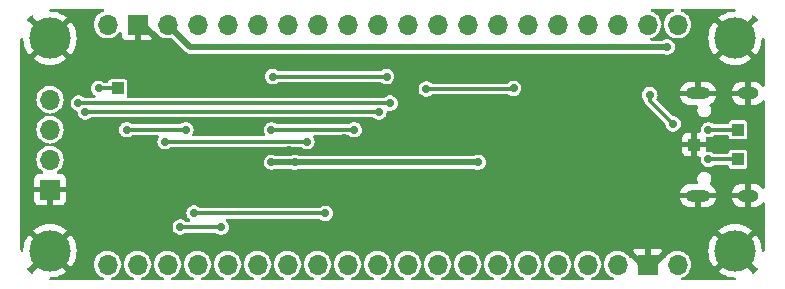
<source format=gbr>
%TF.GenerationSoftware,KiCad,Pcbnew,8.0.3*%
%TF.CreationDate,2024-06-30T21:57:39+02:00*%
%TF.ProjectId,black_pill,626c6163-6b5f-4706-996c-6c2e6b696361,rev?*%
%TF.SameCoordinates,Original*%
%TF.FileFunction,Copper,L2,Bot*%
%TF.FilePolarity,Positive*%
%FSLAX46Y46*%
G04 Gerber Fmt 4.6, Leading zero omitted, Abs format (unit mm)*
G04 Created by KiCad (PCBNEW 8.0.3) date 2024-06-30 21:57:39*
%MOMM*%
%LPD*%
G01*
G04 APERTURE LIST*
%TA.AperFunction,ComponentPad*%
%ADD10O,2.100000X1.000000*%
%TD*%
%TA.AperFunction,ComponentPad*%
%ADD11O,1.800000X1.000000*%
%TD*%
%TA.AperFunction,ComponentPad*%
%ADD12C,3.500000*%
%TD*%
%TA.AperFunction,ComponentPad*%
%ADD13O,1.700000X1.700000*%
%TD*%
%TA.AperFunction,ComponentPad*%
%ADD14R,1.700000X1.700000*%
%TD*%
%TA.AperFunction,SMDPad,CuDef*%
%ADD15R,1.000000X1.000000*%
%TD*%
%TA.AperFunction,ViaPad*%
%ADD16C,0.700000*%
%TD*%
%TA.AperFunction,Conductor*%
%ADD17C,0.500000*%
%TD*%
%TA.AperFunction,Conductor*%
%ADD18C,0.300000*%
%TD*%
G04 APERTURE END LIST*
D10*
%TO.P,J1,S1,SHIELD*%
%TO.N,GND*%
X168875000Y-107320000D03*
D11*
X173075000Y-107320000D03*
D10*
X168875000Y-98680000D03*
D11*
X173075000Y-98680000D03*
%TD*%
D12*
%TO.P,H1,1,1*%
%TO.N,GND*%
X114000000Y-94000000D03*
%TD*%
%TO.P,H4,1,1*%
%TO.N,GND*%
X172000000Y-94000000D03*
%TD*%
%TO.P,H2,1,1*%
%TO.N,GND*%
X114000000Y-112000000D03*
%TD*%
D13*
%TO.P,J2,1,Pin_1*%
%TO.N,+3.3V*%
X118875000Y-92840000D03*
D14*
%TO.P,J2,2,Pin_2*%
%TO.N,GND*%
X121415000Y-92840000D03*
D13*
%TO.P,J2,3,Pin_3*%
%TO.N,VBUS*%
X123955000Y-92840000D03*
%TO.P,J2,4,Pin_4*%
%TO.N,/B9*%
X126495000Y-92840000D03*
%TO.P,J2,5,Pin_5*%
%TO.N,/B8*%
X129035000Y-92840000D03*
%TO.P,J2,6,Pin_6*%
%TO.N,/B7*%
X131575000Y-92840000D03*
%TO.P,J2,7,Pin_7*%
%TO.N,/B6*%
X134115000Y-92840000D03*
%TO.P,J2,8,Pin_8*%
%TO.N,/B5*%
X136655000Y-92840000D03*
%TO.P,J2,9,Pin_9*%
%TO.N,/B4*%
X139195000Y-92840000D03*
%TO.P,J2,10,Pin_10*%
%TO.N,/B3*%
X141735000Y-92840000D03*
%TO.P,J2,11,Pin_11*%
%TO.N,/A15*%
X144275000Y-92840000D03*
%TO.P,J2,12,Pin_12*%
%TO.N,/A12*%
X146815000Y-92840000D03*
%TO.P,J2,13,Pin_13*%
%TO.N,/A11*%
X149355000Y-92840000D03*
%TO.P,J2,14,Pin_14*%
%TO.N,/A10*%
X151895000Y-92840000D03*
%TO.P,J2,15,Pin_15*%
%TO.N,/A9*%
X154435000Y-92840000D03*
%TO.P,J2,16,Pin_16*%
%TO.N,/A8*%
X156975000Y-92840000D03*
%TO.P,J2,17,Pin_17*%
%TO.N,/B15*%
X159515000Y-92840000D03*
%TO.P,J2,18,Pin_18*%
%TO.N,/B14*%
X162055000Y-92840000D03*
%TO.P,J2,19,Pin_19*%
%TO.N,/B13*%
X164595000Y-92840000D03*
%TO.P,J2,20,Pin_20*%
%TO.N,/B12*%
X167135000Y-92840000D03*
%TD*%
%TO.P,J3,1,Pin_1*%
%TO.N,VBUS*%
X167135000Y-113160000D03*
D14*
%TO.P,J3,2,Pin_2*%
%TO.N,GND*%
X164595000Y-113160000D03*
D13*
%TO.P,J3,3,Pin_3*%
%TO.N,+3.3V*%
X162055000Y-113160000D03*
%TO.P,J3,4,Pin_4*%
%TO.N,/B11*%
X159515000Y-113160000D03*
%TO.P,J3,5,Pin_5*%
%TO.N,/B10*%
X156975000Y-113160000D03*
%TO.P,J3,6,Pin_6*%
%TO.N,/B2*%
X154435000Y-113160000D03*
%TO.P,J3,7,Pin_7*%
%TO.N,/B1*%
X151895000Y-113160000D03*
%TO.P,J3,8,Pin_8*%
%TO.N,/B0*%
X149355000Y-113160000D03*
%TO.P,J3,9,Pin_9*%
%TO.N,/A7*%
X146815000Y-113160000D03*
%TO.P,J3,10,Pin_10*%
%TO.N,/A6*%
X144275000Y-113160000D03*
%TO.P,J3,11,Pin_11*%
%TO.N,/A5*%
X141735000Y-113160000D03*
%TO.P,J3,12,Pin_12*%
%TO.N,/A4*%
X139195000Y-113160000D03*
%TO.P,J3,13,Pin_13*%
%TO.N,/A3*%
X136655000Y-113160000D03*
%TO.P,J3,14,Pin_14*%
%TO.N,/A2*%
X134115000Y-113160000D03*
%TO.P,J3,15,Pin_15*%
%TO.N,/A1*%
X131575000Y-113160000D03*
%TO.P,J3,16,Pin_16*%
%TO.N,/A0*%
X129035000Y-113160000D03*
%TO.P,J3,17,Pin_17*%
%TO.N,/NRST*%
X126495000Y-113160000D03*
%TO.P,J3,18,Pin_18*%
%TO.N,/C15*%
X123955000Y-113160000D03*
%TO.P,J3,19,Pin_19*%
%TO.N,/C14*%
X121415000Y-113160000D03*
%TO.P,J3,20,Pin_20*%
%TO.N,/C13*%
X118875000Y-113160000D03*
%TD*%
D12*
%TO.P,H3,1,1*%
%TO.N,GND*%
X172000000Y-112000000D03*
%TD*%
D14*
%TO.P,J4,1,Pin_1*%
%TO.N,GND*%
X114000000Y-106810000D03*
D13*
%TO.P,J4,2,Pin_2*%
%TO.N,/SWCLK*%
X114000000Y-104270000D03*
%TO.P,J4,3,Pin_3*%
%TO.N,/SWDIO*%
X114000000Y-101730000D03*
%TO.P,J4,4,Pin_4*%
%TO.N,+3.3V*%
X114000000Y-99190000D03*
%TD*%
D15*
%TO.P,TP3,1,1*%
%TO.N,/DP*%
X172250000Y-101750000D03*
%TD*%
%TO.P,TP1,1,1*%
%TO.N,GND*%
X168500000Y-103000000D03*
%TD*%
%TO.P,TP4,1,1*%
%TO.N,/BOOT0*%
X119750000Y-98250000D03*
%TD*%
%TO.P,TP2,1,1*%
%TO.N,/DN*%
X172250000Y-104250000D03*
%TD*%
D16*
%TO.N,GND*%
X138934262Y-102450000D03*
X132500000Y-98250000D03*
X165250000Y-96250000D03*
X130750000Y-96250000D03*
X136720000Y-110042500D03*
X134250000Y-103500000D03*
X125030000Y-108750000D03*
X152500000Y-102800000D03*
X136499391Y-106950000D03*
X126500000Y-101750000D03*
X165500000Y-103800000D03*
X131035000Y-110000000D03*
X145750000Y-96000000D03*
X155000000Y-110000000D03*
X141250000Y-105750000D03*
X154000000Y-110000000D03*
X162250000Y-106250000D03*
%TO.N,+3.3V*%
X142500000Y-97250000D03*
X134750000Y-104500000D03*
X150250000Y-104500000D03*
X132839411Y-97250000D03*
X132750000Y-104500000D03*
%TO.N,/NRST*%
X128500000Y-110000000D03*
X135750000Y-102750000D03*
X125030050Y-109980000D03*
X123750000Y-102750000D03*
%TO.N,+3.3VA*%
X126200000Y-108800000D03*
X137309099Y-108827297D03*
%TO.N,/CC2*%
X164784314Y-98784314D03*
X166750000Y-101250000D03*
%TO.N,VBUS*%
X166250000Y-94750000D03*
%TO.N,/BOOT0*%
X139750000Y-101750000D03*
X118125000Y-98250000D03*
X125500000Y-101750000D03*
X120500000Y-101750000D03*
X132750000Y-101750000D03*
%TO.N,/SWCLK*%
X117000000Y-100250000D03*
X141841234Y-100250000D03*
%TO.N,/SWDIO*%
X116400000Y-99500000D03*
X142795619Y-99500000D03*
%TO.N,/A11*%
X145858578Y-98297918D03*
X153250000Y-98250000D03*
%TO.N,/DN*%
X169750000Y-104250000D03*
%TO.N,/DP*%
X169750000Y-101750000D03*
%TD*%
D17*
%TO.N,GND*%
X164160000Y-113160000D02*
X164595000Y-113160000D01*
X121415000Y-92840000D02*
X121840000Y-92840000D01*
X164160000Y-113160000D02*
X163000000Y-112000000D01*
X121840000Y-92840000D02*
X123000000Y-94000000D01*
X165090000Y-113160000D02*
X166250000Y-112000000D01*
%TO.N,+3.3V*%
X134750000Y-104500000D02*
X132750000Y-104500000D01*
X150250000Y-104500000D02*
X134750000Y-104500000D01*
D18*
X132839411Y-97250000D02*
X142500000Y-97250000D01*
%TO.N,/NRST*%
X123750000Y-102750000D02*
X135750000Y-102750000D01*
X125050050Y-110000000D02*
X128500000Y-110000000D01*
X125030050Y-109980000D02*
X125050050Y-110000000D01*
%TO.N,+3.3VA*%
X126227297Y-108827297D02*
X137309099Y-108827297D01*
X126200000Y-108800000D02*
X126227297Y-108827297D01*
%TO.N,/CC2*%
X166750000Y-101250000D02*
X164784314Y-99284314D01*
X164784314Y-99284314D02*
X164784314Y-98784314D01*
D17*
%TO.N,VBUS*%
X125865000Y-94750000D02*
X123955000Y-92840000D01*
X166250000Y-94750000D02*
X125865000Y-94750000D01*
D18*
%TO.N,/BOOT0*%
X139750000Y-101750000D02*
X132750000Y-101750000D01*
X125500000Y-101750000D02*
X120500000Y-101750000D01*
X118125000Y-98250000D02*
X119750000Y-98250000D01*
%TO.N,/SWCLK*%
X117000000Y-100250000D02*
X141841234Y-100250000D01*
%TO.N,/SWDIO*%
X116400000Y-99500000D02*
X142795619Y-99500000D01*
%TO.N,/A11*%
X153250000Y-98250000D02*
X153202082Y-98297918D01*
X153202082Y-98297918D02*
X145858578Y-98297918D01*
%TO.N,/DN*%
X169750000Y-104250000D02*
X172250000Y-104250000D01*
%TO.N,/DP*%
X169750000Y-101750000D02*
X172250000Y-101750000D01*
%TD*%
%TA.AperFunction,Conductor*%
%TO.N,GND*%
G36*
X118551496Y-91520185D02*
G01*
X118597251Y-91572989D01*
X118607195Y-91642147D01*
X118578170Y-91705703D01*
X118529251Y-91740127D01*
X118359982Y-91805701D01*
X118359980Y-91805702D01*
X118178699Y-91917947D01*
X118021127Y-92061593D01*
X117892632Y-92231746D01*
X117797596Y-92422605D01*
X117797596Y-92422607D01*
X117739244Y-92627689D01*
X117721490Y-92819295D01*
X117719571Y-92840000D01*
X117739244Y-93052310D01*
X117792675Y-93240099D01*
X117797596Y-93257392D01*
X117797596Y-93257394D01*
X117892632Y-93448253D01*
X118021127Y-93618406D01*
X118021128Y-93618407D01*
X118178698Y-93762052D01*
X118359981Y-93874298D01*
X118558802Y-93951321D01*
X118768390Y-93990500D01*
X118768392Y-93990500D01*
X118981608Y-93990500D01*
X118981610Y-93990500D01*
X119191198Y-93951321D01*
X119390019Y-93874298D01*
X119571302Y-93762052D01*
X119728872Y-93618407D01*
X119842047Y-93468540D01*
X119898155Y-93426905D01*
X119967867Y-93422214D01*
X120029049Y-93455956D01*
X120062276Y-93517419D01*
X120065000Y-93543268D01*
X120065000Y-93737844D01*
X120071401Y-93797372D01*
X120071403Y-93797379D01*
X120121645Y-93932086D01*
X120121649Y-93932093D01*
X120207809Y-94047187D01*
X120207812Y-94047190D01*
X120322906Y-94133350D01*
X120322913Y-94133354D01*
X120457620Y-94183596D01*
X120457627Y-94183598D01*
X120517155Y-94189999D01*
X120517172Y-94190000D01*
X121165000Y-94190000D01*
X121165000Y-93273012D01*
X121222007Y-93305925D01*
X121349174Y-93340000D01*
X121480826Y-93340000D01*
X121607993Y-93305925D01*
X121665000Y-93273012D01*
X121665000Y-94190000D01*
X122312828Y-94190000D01*
X122312844Y-94189999D01*
X122372372Y-94183598D01*
X122372379Y-94183596D01*
X122507086Y-94133354D01*
X122507093Y-94133350D01*
X122622187Y-94047190D01*
X122622190Y-94047187D01*
X122708350Y-93932093D01*
X122708354Y-93932086D01*
X122758596Y-93797379D01*
X122758598Y-93797372D01*
X122764999Y-93737844D01*
X122765000Y-93737827D01*
X122765000Y-93543268D01*
X122784685Y-93476229D01*
X122837489Y-93430474D01*
X122906647Y-93420530D01*
X122970203Y-93449555D01*
X122987950Y-93468537D01*
X123101128Y-93618407D01*
X123258698Y-93762052D01*
X123439981Y-93874298D01*
X123638802Y-93951321D01*
X123848390Y-93990500D01*
X123848392Y-93990500D01*
X124061607Y-93990500D01*
X124061610Y-93990500D01*
X124220936Y-93960716D01*
X124290447Y-93967747D01*
X124331399Y-93994924D01*
X125526985Y-95190510D01*
X125652515Y-95262984D01*
X125792525Y-95300500D01*
X125792526Y-95300500D01*
X125937474Y-95300500D01*
X165868569Y-95300500D01*
X165926194Y-95314703D01*
X166017635Y-95362696D01*
X166058013Y-95372648D01*
X166171014Y-95400500D01*
X166171015Y-95400500D01*
X166328985Y-95400500D01*
X166482365Y-95362696D01*
X166622240Y-95289283D01*
X166740483Y-95184530D01*
X166830220Y-95054523D01*
X166886237Y-94906818D01*
X166905278Y-94750000D01*
X166886237Y-94593182D01*
X166830220Y-94445477D01*
X166740483Y-94315470D01*
X166622240Y-94210717D01*
X166622238Y-94210716D01*
X166622237Y-94210715D01*
X166482365Y-94137303D01*
X166328986Y-94099500D01*
X166328985Y-94099500D01*
X166171015Y-94099500D01*
X166171014Y-94099500D01*
X166017636Y-94137303D01*
X165971763Y-94161379D01*
X165926194Y-94185296D01*
X165868569Y-94199500D01*
X164921729Y-94199500D01*
X164854690Y-94179815D01*
X164808935Y-94127011D01*
X164798991Y-94057853D01*
X164828016Y-93994297D01*
X164886794Y-93956523D01*
X164898931Y-93953614D01*
X164911198Y-93951321D01*
X165110019Y-93874298D01*
X165291302Y-93762052D01*
X165448872Y-93618407D01*
X165577366Y-93448255D01*
X165642628Y-93317190D01*
X165672403Y-93257394D01*
X165672403Y-93257393D01*
X165672405Y-93257389D01*
X165730756Y-93052310D01*
X165741529Y-92936047D01*
X165767315Y-92871111D01*
X165811869Y-92839194D01*
X165775497Y-92818331D01*
X165743307Y-92756318D01*
X165741529Y-92743951D01*
X165740849Y-92736613D01*
X165730756Y-92627690D01*
X165672405Y-92422611D01*
X165672403Y-92422606D01*
X165672403Y-92422605D01*
X165577367Y-92231746D01*
X165448872Y-92061593D01*
X165433147Y-92047258D01*
X165291302Y-91917948D01*
X165110019Y-91805702D01*
X165110017Y-91805701D01*
X164940749Y-91740127D01*
X164885348Y-91697554D01*
X164861757Y-91631787D01*
X164877468Y-91563707D01*
X164927492Y-91514928D01*
X164985543Y-91500500D01*
X166744457Y-91500500D01*
X166811496Y-91520185D01*
X166857251Y-91572989D01*
X166867195Y-91642147D01*
X166838170Y-91705703D01*
X166789251Y-91740127D01*
X166619982Y-91805701D01*
X166619980Y-91805702D01*
X166438699Y-91917947D01*
X166281127Y-92061593D01*
X166152632Y-92231746D01*
X166057596Y-92422605D01*
X166057596Y-92422607D01*
X165999244Y-92627689D01*
X165988471Y-92743951D01*
X165962685Y-92808888D01*
X165918130Y-92840804D01*
X165954503Y-92861668D01*
X165986693Y-92923681D01*
X165988470Y-92936047D01*
X165999244Y-93052310D01*
X166052675Y-93240099D01*
X166057596Y-93257392D01*
X166057596Y-93257394D01*
X166152632Y-93448253D01*
X166281127Y-93618406D01*
X166281128Y-93618407D01*
X166438698Y-93762052D01*
X166619981Y-93874298D01*
X166818802Y-93951321D01*
X167028390Y-93990500D01*
X167028392Y-93990500D01*
X167241608Y-93990500D01*
X167241610Y-93990500D01*
X167451198Y-93951321D01*
X167650019Y-93874298D01*
X167831302Y-93762052D01*
X167988872Y-93618407D01*
X168117366Y-93448255D01*
X168182628Y-93317190D01*
X168212403Y-93257394D01*
X168212403Y-93257393D01*
X168212405Y-93257389D01*
X168270756Y-93052310D01*
X168290429Y-92840000D01*
X168270756Y-92627690D01*
X168212405Y-92422611D01*
X168212403Y-92422606D01*
X168212403Y-92422605D01*
X168117367Y-92231746D01*
X167988872Y-92061593D01*
X167973147Y-92047258D01*
X167831302Y-91917948D01*
X167650019Y-91805702D01*
X167650017Y-91805701D01*
X167480749Y-91740127D01*
X167425348Y-91697554D01*
X167401757Y-91631787D01*
X167417468Y-91563707D01*
X167467492Y-91514928D01*
X167525543Y-91500500D01*
X171934108Y-91500500D01*
X171945165Y-91500500D01*
X172012204Y-91520185D01*
X172057959Y-91572989D01*
X172067903Y-91642147D01*
X172038878Y-91705703D01*
X171980100Y-91743477D01*
X171953275Y-91748235D01*
X171705687Y-91764462D01*
X171705675Y-91764464D01*
X171416415Y-91822001D01*
X171416400Y-91822005D01*
X171137111Y-91916812D01*
X170872593Y-92047258D01*
X170872580Y-92047265D01*
X170627346Y-92211126D01*
X170627339Y-92211131D01*
X170593959Y-92240403D01*
X170593959Y-92240405D01*
X171417263Y-93063709D01*
X171283398Y-93160967D01*
X171160967Y-93283398D01*
X171063709Y-93417262D01*
X170240405Y-92593959D01*
X170240403Y-92593959D01*
X170211131Y-92627339D01*
X170211126Y-92627346D01*
X170047265Y-92872580D01*
X170047258Y-92872593D01*
X169916812Y-93137111D01*
X169822005Y-93416400D01*
X169822001Y-93416415D01*
X169764464Y-93705675D01*
X169764462Y-93705687D01*
X169745172Y-94000000D01*
X169764462Y-94294312D01*
X169764464Y-94294324D01*
X169822001Y-94583584D01*
X169822005Y-94583599D01*
X169916812Y-94862888D01*
X170047258Y-95127406D01*
X170047265Y-95127419D01*
X170211123Y-95372649D01*
X170240405Y-95406040D01*
X171063708Y-94582736D01*
X171160967Y-94716602D01*
X171283398Y-94839033D01*
X171417262Y-94936290D01*
X170593958Y-95759593D01*
X170627350Y-95788876D01*
X170872580Y-95952734D01*
X170872593Y-95952741D01*
X171137111Y-96083187D01*
X171416400Y-96177994D01*
X171416415Y-96177998D01*
X171705675Y-96235535D01*
X171705687Y-96235537D01*
X172000000Y-96254827D01*
X172294312Y-96235537D01*
X172294324Y-96235535D01*
X172583584Y-96177998D01*
X172583599Y-96177994D01*
X172862888Y-96083187D01*
X173127406Y-95952741D01*
X173127419Y-95952734D01*
X173372648Y-95788877D01*
X173406039Y-95759593D01*
X172582737Y-94936290D01*
X172716602Y-94839033D01*
X172839033Y-94716602D01*
X172936290Y-94582737D01*
X173759593Y-95406039D01*
X173788877Y-95372648D01*
X173952734Y-95127419D01*
X173952741Y-95127406D01*
X174083187Y-94862888D01*
X174177994Y-94583599D01*
X174177998Y-94583584D01*
X174235535Y-94294324D01*
X174235537Y-94294312D01*
X174251765Y-94046725D01*
X174275792Y-93981117D01*
X174331476Y-93938913D01*
X174401137Y-93933514D01*
X174462658Y-93966633D01*
X174496507Y-94027756D01*
X174499500Y-94054835D01*
X174499500Y-98004545D01*
X174479815Y-98071584D01*
X174427011Y-98117339D01*
X174357853Y-98127283D01*
X174294297Y-98098258D01*
X174272399Y-98073437D01*
X174251753Y-98042539D01*
X174251748Y-98042533D01*
X174112466Y-97903251D01*
X174112462Y-97903248D01*
X173948684Y-97793814D01*
X173948671Y-97793807D01*
X173766693Y-97718430D01*
X173766681Y-97718427D01*
X173573495Y-97680000D01*
X173325000Y-97680000D01*
X173325000Y-98380000D01*
X172825000Y-98380000D01*
X172825000Y-97680000D01*
X172576504Y-97680000D01*
X172383318Y-97718427D01*
X172383306Y-97718430D01*
X172201328Y-97793807D01*
X172201315Y-97793814D01*
X172037537Y-97903248D01*
X172037533Y-97903251D01*
X171898251Y-98042533D01*
X171898248Y-98042537D01*
X171788814Y-98206315D01*
X171788807Y-98206328D01*
X171713430Y-98388307D01*
X171713430Y-98388309D01*
X171705138Y-98430000D01*
X172508012Y-98430000D01*
X172490795Y-98439940D01*
X172434940Y-98495795D01*
X172395444Y-98564204D01*
X172375000Y-98640504D01*
X172375000Y-98719496D01*
X172395444Y-98795796D01*
X172434940Y-98864205D01*
X172490795Y-98920060D01*
X172508012Y-98930000D01*
X171705138Y-98930000D01*
X171713430Y-98971690D01*
X171713430Y-98971692D01*
X171788807Y-99153671D01*
X171788814Y-99153684D01*
X171898248Y-99317462D01*
X171898251Y-99317466D01*
X172037533Y-99456748D01*
X172037537Y-99456751D01*
X172201315Y-99566185D01*
X172201328Y-99566192D01*
X172383306Y-99641569D01*
X172383318Y-99641572D01*
X172576504Y-99679999D01*
X172576508Y-99680000D01*
X172825000Y-99680000D01*
X172825000Y-98980000D01*
X173325000Y-98980000D01*
X173325000Y-99680000D01*
X173573492Y-99680000D01*
X173573495Y-99679999D01*
X173766681Y-99641572D01*
X173766693Y-99641569D01*
X173948671Y-99566192D01*
X173948684Y-99566185D01*
X174112462Y-99456751D01*
X174112466Y-99456748D01*
X174251751Y-99317463D01*
X174272398Y-99286563D01*
X174326010Y-99241758D01*
X174395335Y-99233051D01*
X174458362Y-99263205D01*
X174495082Y-99322648D01*
X174499500Y-99355454D01*
X174499500Y-106644545D01*
X174479815Y-106711584D01*
X174427011Y-106757339D01*
X174357853Y-106767283D01*
X174294297Y-106738258D01*
X174272399Y-106713437D01*
X174251753Y-106682539D01*
X174251748Y-106682533D01*
X174112466Y-106543251D01*
X174112462Y-106543248D01*
X173948684Y-106433814D01*
X173948671Y-106433807D01*
X173766693Y-106358430D01*
X173766681Y-106358427D01*
X173573495Y-106320000D01*
X173325000Y-106320000D01*
X173325000Y-107020000D01*
X172825000Y-107020000D01*
X172825000Y-106320000D01*
X172576504Y-106320000D01*
X172383318Y-106358427D01*
X172383306Y-106358430D01*
X172201328Y-106433807D01*
X172201315Y-106433814D01*
X172037537Y-106543248D01*
X172037533Y-106543251D01*
X171898251Y-106682533D01*
X171898248Y-106682537D01*
X171788814Y-106846315D01*
X171788807Y-106846328D01*
X171713430Y-107028307D01*
X171713430Y-107028309D01*
X171705138Y-107070000D01*
X172508012Y-107070000D01*
X172490795Y-107079940D01*
X172434940Y-107135795D01*
X172395444Y-107204204D01*
X172375000Y-107280504D01*
X172375000Y-107359496D01*
X172395444Y-107435796D01*
X172434940Y-107504205D01*
X172490795Y-107560060D01*
X172508012Y-107570000D01*
X171705138Y-107570000D01*
X171713430Y-107611690D01*
X171713430Y-107611692D01*
X171788807Y-107793671D01*
X171788814Y-107793684D01*
X171898248Y-107957462D01*
X171898251Y-107957466D01*
X172037533Y-108096748D01*
X172037537Y-108096751D01*
X172201315Y-108206185D01*
X172201328Y-108206192D01*
X172383306Y-108281569D01*
X172383318Y-108281572D01*
X172576504Y-108319999D01*
X172576508Y-108320000D01*
X172825000Y-108320000D01*
X172825000Y-107620000D01*
X173325000Y-107620000D01*
X173325000Y-108320000D01*
X173573492Y-108320000D01*
X173573495Y-108319999D01*
X173766681Y-108281572D01*
X173766693Y-108281569D01*
X173948671Y-108206192D01*
X173948684Y-108206185D01*
X174112462Y-108096751D01*
X174112466Y-108096748D01*
X174251751Y-107957463D01*
X174272398Y-107926563D01*
X174326010Y-107881758D01*
X174395335Y-107873051D01*
X174458362Y-107903205D01*
X174495082Y-107962648D01*
X174499500Y-107995454D01*
X174499500Y-111945164D01*
X174479815Y-112012203D01*
X174427011Y-112057958D01*
X174357853Y-112067902D01*
X174294297Y-112038877D01*
X174256523Y-111980099D01*
X174251765Y-111953274D01*
X174235537Y-111705687D01*
X174235535Y-111705675D01*
X174177998Y-111416415D01*
X174177994Y-111416400D01*
X174083187Y-111137111D01*
X173952741Y-110872593D01*
X173952734Y-110872580D01*
X173788876Y-110627350D01*
X173759593Y-110593958D01*
X172936289Y-111417261D01*
X172839033Y-111283398D01*
X172716602Y-111160967D01*
X172582736Y-111063709D01*
X173406040Y-110240405D01*
X173372649Y-110211123D01*
X173127419Y-110047265D01*
X173127406Y-110047258D01*
X172862888Y-109916812D01*
X172583599Y-109822005D01*
X172583584Y-109822001D01*
X172294324Y-109764464D01*
X172294312Y-109764462D01*
X172000000Y-109745172D01*
X171705687Y-109764462D01*
X171705675Y-109764464D01*
X171416415Y-109822001D01*
X171416400Y-109822005D01*
X171137111Y-109916812D01*
X170872593Y-110047258D01*
X170872580Y-110047265D01*
X170627346Y-110211126D01*
X170627339Y-110211131D01*
X170593959Y-110240403D01*
X170593959Y-110240405D01*
X171417263Y-111063709D01*
X171283398Y-111160967D01*
X171160967Y-111283398D01*
X171063709Y-111417262D01*
X170240405Y-110593959D01*
X170240403Y-110593959D01*
X170211131Y-110627339D01*
X170211126Y-110627346D01*
X170047265Y-110872580D01*
X170047258Y-110872593D01*
X169916812Y-111137111D01*
X169822005Y-111416400D01*
X169822001Y-111416415D01*
X169764464Y-111705675D01*
X169764462Y-111705687D01*
X169745172Y-112000000D01*
X169764462Y-112294312D01*
X169764464Y-112294324D01*
X169822001Y-112583584D01*
X169822005Y-112583599D01*
X169916812Y-112862888D01*
X170047258Y-113127406D01*
X170047265Y-113127419D01*
X170211123Y-113372649D01*
X170240405Y-113406040D01*
X171063708Y-112582736D01*
X171160967Y-112716602D01*
X171283398Y-112839033D01*
X171417262Y-112936290D01*
X170593958Y-113759593D01*
X170627350Y-113788876D01*
X170872580Y-113952734D01*
X170872593Y-113952741D01*
X171137111Y-114083187D01*
X171416400Y-114177994D01*
X171416415Y-114177998D01*
X171705675Y-114235535D01*
X171705687Y-114235537D01*
X171953275Y-114251765D01*
X172018883Y-114275792D01*
X172061087Y-114331476D01*
X172066486Y-114401137D01*
X172033367Y-114462658D01*
X171972244Y-114496507D01*
X171945165Y-114499500D01*
X167525543Y-114499500D01*
X167458504Y-114479815D01*
X167412749Y-114427011D01*
X167402805Y-114357853D01*
X167431830Y-114294297D01*
X167480749Y-114259873D01*
X167500842Y-114252089D01*
X167650019Y-114194298D01*
X167831302Y-114082052D01*
X167988872Y-113938407D01*
X168117366Y-113768255D01*
X168131171Y-113740530D01*
X168212403Y-113577394D01*
X168212403Y-113577393D01*
X168212405Y-113577389D01*
X168270756Y-113372310D01*
X168290429Y-113160000D01*
X168270756Y-112947690D01*
X168212405Y-112742611D01*
X168212403Y-112742606D01*
X168212403Y-112742605D01*
X168117367Y-112551746D01*
X167988872Y-112381593D01*
X167958114Y-112353553D01*
X167831302Y-112237948D01*
X167650019Y-112125702D01*
X167650017Y-112125701D01*
X167500829Y-112067906D01*
X167451198Y-112048679D01*
X167241610Y-112009500D01*
X167028390Y-112009500D01*
X166818802Y-112048679D01*
X166818799Y-112048679D01*
X166818799Y-112048680D01*
X166619982Y-112125701D01*
X166619980Y-112125702D01*
X166438699Y-112237947D01*
X166281127Y-112381593D01*
X166167954Y-112531458D01*
X166111845Y-112573094D01*
X166042133Y-112577785D01*
X165980951Y-112544043D01*
X165947724Y-112482579D01*
X165945000Y-112456731D01*
X165945000Y-112262172D01*
X165944999Y-112262155D01*
X165938598Y-112202627D01*
X165938596Y-112202620D01*
X165888354Y-112067913D01*
X165888350Y-112067906D01*
X165802190Y-111952812D01*
X165802187Y-111952809D01*
X165687093Y-111866649D01*
X165687086Y-111866645D01*
X165552379Y-111816403D01*
X165552372Y-111816401D01*
X165492844Y-111810000D01*
X164845000Y-111810000D01*
X164845000Y-112726988D01*
X164787993Y-112694075D01*
X164660826Y-112660000D01*
X164529174Y-112660000D01*
X164402007Y-112694075D01*
X164345000Y-112726988D01*
X164345000Y-111810000D01*
X163697155Y-111810000D01*
X163637627Y-111816401D01*
X163637620Y-111816403D01*
X163502913Y-111866645D01*
X163502906Y-111866649D01*
X163387812Y-111952809D01*
X163387809Y-111952812D01*
X163301649Y-112067906D01*
X163301645Y-112067913D01*
X163251403Y-112202620D01*
X163251401Y-112202627D01*
X163245000Y-112262155D01*
X163245000Y-112456731D01*
X163225315Y-112523770D01*
X163172511Y-112569525D01*
X163103353Y-112579469D01*
X163039797Y-112550444D01*
X163022046Y-112531458D01*
X162908872Y-112381593D01*
X162878114Y-112353553D01*
X162751302Y-112237948D01*
X162570019Y-112125702D01*
X162570017Y-112125701D01*
X162420829Y-112067906D01*
X162371198Y-112048679D01*
X162161610Y-112009500D01*
X161948390Y-112009500D01*
X161738802Y-112048679D01*
X161738799Y-112048679D01*
X161738799Y-112048680D01*
X161539982Y-112125701D01*
X161539980Y-112125702D01*
X161358699Y-112237947D01*
X161201127Y-112381593D01*
X161072632Y-112551746D01*
X160977596Y-112742605D01*
X160977596Y-112742607D01*
X160919244Y-112947689D01*
X160908471Y-113063951D01*
X160882685Y-113128888D01*
X160838130Y-113160804D01*
X160874503Y-113181668D01*
X160906693Y-113243681D01*
X160908470Y-113256047D01*
X160919244Y-113372310D01*
X160972675Y-113560099D01*
X160977596Y-113577392D01*
X160977596Y-113577394D01*
X161072632Y-113768253D01*
X161200688Y-113937825D01*
X161201128Y-113938407D01*
X161358698Y-114082052D01*
X161539981Y-114194298D01*
X161646427Y-114235535D01*
X161709251Y-114259873D01*
X161764652Y-114302446D01*
X161788243Y-114368213D01*
X161772532Y-114436293D01*
X161722508Y-114485072D01*
X161664457Y-114499500D01*
X159905543Y-114499500D01*
X159838504Y-114479815D01*
X159792749Y-114427011D01*
X159782805Y-114357853D01*
X159811830Y-114294297D01*
X159860749Y-114259873D01*
X159880842Y-114252089D01*
X160030019Y-114194298D01*
X160211302Y-114082052D01*
X160368872Y-113938407D01*
X160497366Y-113768255D01*
X160511171Y-113740530D01*
X160592403Y-113577394D01*
X160592403Y-113577393D01*
X160592405Y-113577389D01*
X160650756Y-113372310D01*
X160661529Y-113256047D01*
X160687315Y-113191111D01*
X160731869Y-113159194D01*
X160695497Y-113138331D01*
X160663307Y-113076318D01*
X160661529Y-113063951D01*
X160660849Y-113056613D01*
X160650756Y-112947690D01*
X160592405Y-112742611D01*
X160592403Y-112742606D01*
X160592403Y-112742605D01*
X160497367Y-112551746D01*
X160368872Y-112381593D01*
X160338114Y-112353553D01*
X160211302Y-112237948D01*
X160030019Y-112125702D01*
X160030017Y-112125701D01*
X159880829Y-112067906D01*
X159831198Y-112048679D01*
X159621610Y-112009500D01*
X159408390Y-112009500D01*
X159198802Y-112048679D01*
X159198799Y-112048679D01*
X159198799Y-112048680D01*
X158999982Y-112125701D01*
X158999980Y-112125702D01*
X158818699Y-112237947D01*
X158661127Y-112381593D01*
X158532632Y-112551746D01*
X158437596Y-112742605D01*
X158437596Y-112742607D01*
X158379244Y-112947689D01*
X158368471Y-113063951D01*
X158342685Y-113128888D01*
X158298130Y-113160804D01*
X158334503Y-113181668D01*
X158366693Y-113243681D01*
X158368470Y-113256047D01*
X158379244Y-113372310D01*
X158432675Y-113560099D01*
X158437596Y-113577392D01*
X158437596Y-113577394D01*
X158532632Y-113768253D01*
X158660688Y-113937825D01*
X158661128Y-113938407D01*
X158818698Y-114082052D01*
X158999981Y-114194298D01*
X159106427Y-114235535D01*
X159169251Y-114259873D01*
X159224652Y-114302446D01*
X159248243Y-114368213D01*
X159232532Y-114436293D01*
X159182508Y-114485072D01*
X159124457Y-114499500D01*
X157365543Y-114499500D01*
X157298504Y-114479815D01*
X157252749Y-114427011D01*
X157242805Y-114357853D01*
X157271830Y-114294297D01*
X157320749Y-114259873D01*
X157340842Y-114252089D01*
X157490019Y-114194298D01*
X157671302Y-114082052D01*
X157828872Y-113938407D01*
X157957366Y-113768255D01*
X157971171Y-113740530D01*
X158052403Y-113577394D01*
X158052403Y-113577393D01*
X158052405Y-113577389D01*
X158110756Y-113372310D01*
X158121529Y-113256047D01*
X158147315Y-113191111D01*
X158191869Y-113159194D01*
X158155497Y-113138331D01*
X158123307Y-113076318D01*
X158121529Y-113063951D01*
X158120849Y-113056613D01*
X158110756Y-112947690D01*
X158052405Y-112742611D01*
X158052403Y-112742606D01*
X158052403Y-112742605D01*
X157957367Y-112551746D01*
X157828872Y-112381593D01*
X157798114Y-112353553D01*
X157671302Y-112237948D01*
X157490019Y-112125702D01*
X157490017Y-112125701D01*
X157340829Y-112067906D01*
X157291198Y-112048679D01*
X157081610Y-112009500D01*
X156868390Y-112009500D01*
X156658802Y-112048679D01*
X156658799Y-112048679D01*
X156658799Y-112048680D01*
X156459982Y-112125701D01*
X156459980Y-112125702D01*
X156278699Y-112237947D01*
X156121127Y-112381593D01*
X155992632Y-112551746D01*
X155897596Y-112742605D01*
X155897596Y-112742607D01*
X155839244Y-112947689D01*
X155828471Y-113063951D01*
X155802685Y-113128888D01*
X155758130Y-113160804D01*
X155794503Y-113181668D01*
X155826693Y-113243681D01*
X155828470Y-113256047D01*
X155839244Y-113372310D01*
X155892675Y-113560099D01*
X155897596Y-113577392D01*
X155897596Y-113577394D01*
X155992632Y-113768253D01*
X156120688Y-113937825D01*
X156121128Y-113938407D01*
X156278698Y-114082052D01*
X156459981Y-114194298D01*
X156566427Y-114235535D01*
X156629251Y-114259873D01*
X156684652Y-114302446D01*
X156708243Y-114368213D01*
X156692532Y-114436293D01*
X156642508Y-114485072D01*
X156584457Y-114499500D01*
X154825543Y-114499500D01*
X154758504Y-114479815D01*
X154712749Y-114427011D01*
X154702805Y-114357853D01*
X154731830Y-114294297D01*
X154780749Y-114259873D01*
X154800842Y-114252089D01*
X154950019Y-114194298D01*
X155131302Y-114082052D01*
X155288872Y-113938407D01*
X155417366Y-113768255D01*
X155431171Y-113740530D01*
X155512403Y-113577394D01*
X155512403Y-113577393D01*
X155512405Y-113577389D01*
X155570756Y-113372310D01*
X155581529Y-113256047D01*
X155607315Y-113191111D01*
X155651869Y-113159194D01*
X155615497Y-113138331D01*
X155583307Y-113076318D01*
X155581529Y-113063951D01*
X155580849Y-113056613D01*
X155570756Y-112947690D01*
X155512405Y-112742611D01*
X155512403Y-112742606D01*
X155512403Y-112742605D01*
X155417367Y-112551746D01*
X155288872Y-112381593D01*
X155258114Y-112353553D01*
X155131302Y-112237948D01*
X154950019Y-112125702D01*
X154950017Y-112125701D01*
X154800829Y-112067906D01*
X154751198Y-112048679D01*
X154541610Y-112009500D01*
X154328390Y-112009500D01*
X154118802Y-112048679D01*
X154118799Y-112048679D01*
X154118799Y-112048680D01*
X153919982Y-112125701D01*
X153919980Y-112125702D01*
X153738699Y-112237947D01*
X153581127Y-112381593D01*
X153452632Y-112551746D01*
X153357596Y-112742605D01*
X153357596Y-112742607D01*
X153299244Y-112947689D01*
X153288471Y-113063951D01*
X153262685Y-113128888D01*
X153218130Y-113160804D01*
X153254503Y-113181668D01*
X153286693Y-113243681D01*
X153288470Y-113256047D01*
X153299244Y-113372310D01*
X153352675Y-113560099D01*
X153357596Y-113577392D01*
X153357596Y-113577394D01*
X153452632Y-113768253D01*
X153580688Y-113937825D01*
X153581128Y-113938407D01*
X153738698Y-114082052D01*
X153919981Y-114194298D01*
X154026427Y-114235535D01*
X154089251Y-114259873D01*
X154144652Y-114302446D01*
X154168243Y-114368213D01*
X154152532Y-114436293D01*
X154102508Y-114485072D01*
X154044457Y-114499500D01*
X152285543Y-114499500D01*
X152218504Y-114479815D01*
X152172749Y-114427011D01*
X152162805Y-114357853D01*
X152191830Y-114294297D01*
X152240749Y-114259873D01*
X152260842Y-114252089D01*
X152410019Y-114194298D01*
X152591302Y-114082052D01*
X152748872Y-113938407D01*
X152877366Y-113768255D01*
X152891171Y-113740530D01*
X152972403Y-113577394D01*
X152972403Y-113577393D01*
X152972405Y-113577389D01*
X153030756Y-113372310D01*
X153041529Y-113256047D01*
X153067315Y-113191111D01*
X153111869Y-113159194D01*
X153075497Y-113138331D01*
X153043307Y-113076318D01*
X153041529Y-113063951D01*
X153040849Y-113056613D01*
X153030756Y-112947690D01*
X152972405Y-112742611D01*
X152972403Y-112742606D01*
X152972403Y-112742605D01*
X152877367Y-112551746D01*
X152748872Y-112381593D01*
X152718114Y-112353553D01*
X152591302Y-112237948D01*
X152410019Y-112125702D01*
X152410017Y-112125701D01*
X152260829Y-112067906D01*
X152211198Y-112048679D01*
X152001610Y-112009500D01*
X151788390Y-112009500D01*
X151578802Y-112048679D01*
X151578799Y-112048679D01*
X151578799Y-112048680D01*
X151379982Y-112125701D01*
X151379980Y-112125702D01*
X151198699Y-112237947D01*
X151041127Y-112381593D01*
X150912632Y-112551746D01*
X150817596Y-112742605D01*
X150817596Y-112742607D01*
X150759244Y-112947689D01*
X150748471Y-113063951D01*
X150722685Y-113128888D01*
X150678130Y-113160804D01*
X150714503Y-113181668D01*
X150746693Y-113243681D01*
X150748470Y-113256047D01*
X150759244Y-113372310D01*
X150812675Y-113560099D01*
X150817596Y-113577392D01*
X150817596Y-113577394D01*
X150912632Y-113768253D01*
X151040688Y-113937825D01*
X151041128Y-113938407D01*
X151198698Y-114082052D01*
X151379981Y-114194298D01*
X151486427Y-114235535D01*
X151549251Y-114259873D01*
X151604652Y-114302446D01*
X151628243Y-114368213D01*
X151612532Y-114436293D01*
X151562508Y-114485072D01*
X151504457Y-114499500D01*
X149745543Y-114499500D01*
X149678504Y-114479815D01*
X149632749Y-114427011D01*
X149622805Y-114357853D01*
X149651830Y-114294297D01*
X149700749Y-114259873D01*
X149720842Y-114252089D01*
X149870019Y-114194298D01*
X150051302Y-114082052D01*
X150208872Y-113938407D01*
X150337366Y-113768255D01*
X150351171Y-113740530D01*
X150432403Y-113577394D01*
X150432403Y-113577393D01*
X150432405Y-113577389D01*
X150490756Y-113372310D01*
X150501529Y-113256047D01*
X150527315Y-113191111D01*
X150571869Y-113159194D01*
X150535497Y-113138331D01*
X150503307Y-113076318D01*
X150501529Y-113063951D01*
X150500849Y-113056613D01*
X150490756Y-112947690D01*
X150432405Y-112742611D01*
X150432403Y-112742606D01*
X150432403Y-112742605D01*
X150337367Y-112551746D01*
X150208872Y-112381593D01*
X150178114Y-112353553D01*
X150051302Y-112237948D01*
X149870019Y-112125702D01*
X149870017Y-112125701D01*
X149720829Y-112067906D01*
X149671198Y-112048679D01*
X149461610Y-112009500D01*
X149248390Y-112009500D01*
X149038802Y-112048679D01*
X149038799Y-112048679D01*
X149038799Y-112048680D01*
X148839982Y-112125701D01*
X148839980Y-112125702D01*
X148658699Y-112237947D01*
X148501127Y-112381593D01*
X148372632Y-112551746D01*
X148277596Y-112742605D01*
X148277596Y-112742607D01*
X148219244Y-112947689D01*
X148208471Y-113063951D01*
X148182685Y-113128888D01*
X148138130Y-113160804D01*
X148174503Y-113181668D01*
X148206693Y-113243681D01*
X148208470Y-113256047D01*
X148219244Y-113372310D01*
X148272675Y-113560099D01*
X148277596Y-113577392D01*
X148277596Y-113577394D01*
X148372632Y-113768253D01*
X148500688Y-113937825D01*
X148501128Y-113938407D01*
X148658698Y-114082052D01*
X148839981Y-114194298D01*
X148946427Y-114235535D01*
X149009251Y-114259873D01*
X149064652Y-114302446D01*
X149088243Y-114368213D01*
X149072532Y-114436293D01*
X149022508Y-114485072D01*
X148964457Y-114499500D01*
X147205543Y-114499500D01*
X147138504Y-114479815D01*
X147092749Y-114427011D01*
X147082805Y-114357853D01*
X147111830Y-114294297D01*
X147160749Y-114259873D01*
X147180842Y-114252089D01*
X147330019Y-114194298D01*
X147511302Y-114082052D01*
X147668872Y-113938407D01*
X147797366Y-113768255D01*
X147811171Y-113740530D01*
X147892403Y-113577394D01*
X147892403Y-113577393D01*
X147892405Y-113577389D01*
X147950756Y-113372310D01*
X147961529Y-113256047D01*
X147987315Y-113191111D01*
X148031869Y-113159194D01*
X147995497Y-113138331D01*
X147963307Y-113076318D01*
X147961529Y-113063951D01*
X147960849Y-113056613D01*
X147950756Y-112947690D01*
X147892405Y-112742611D01*
X147892403Y-112742606D01*
X147892403Y-112742605D01*
X147797367Y-112551746D01*
X147668872Y-112381593D01*
X147638114Y-112353553D01*
X147511302Y-112237948D01*
X147330019Y-112125702D01*
X147330017Y-112125701D01*
X147180829Y-112067906D01*
X147131198Y-112048679D01*
X146921610Y-112009500D01*
X146708390Y-112009500D01*
X146498802Y-112048679D01*
X146498799Y-112048679D01*
X146498799Y-112048680D01*
X146299982Y-112125701D01*
X146299980Y-112125702D01*
X146118699Y-112237947D01*
X145961127Y-112381593D01*
X145832632Y-112551746D01*
X145737596Y-112742605D01*
X145737596Y-112742607D01*
X145679244Y-112947689D01*
X145668471Y-113063951D01*
X145642685Y-113128888D01*
X145598130Y-113160804D01*
X145634503Y-113181668D01*
X145666693Y-113243681D01*
X145668470Y-113256047D01*
X145679244Y-113372310D01*
X145732675Y-113560099D01*
X145737596Y-113577392D01*
X145737596Y-113577394D01*
X145832632Y-113768253D01*
X145960688Y-113937825D01*
X145961128Y-113938407D01*
X146118698Y-114082052D01*
X146299981Y-114194298D01*
X146406427Y-114235535D01*
X146469251Y-114259873D01*
X146524652Y-114302446D01*
X146548243Y-114368213D01*
X146532532Y-114436293D01*
X146482508Y-114485072D01*
X146424457Y-114499500D01*
X144665543Y-114499500D01*
X144598504Y-114479815D01*
X144552749Y-114427011D01*
X144542805Y-114357853D01*
X144571830Y-114294297D01*
X144620749Y-114259873D01*
X144640842Y-114252089D01*
X144790019Y-114194298D01*
X144971302Y-114082052D01*
X145128872Y-113938407D01*
X145257366Y-113768255D01*
X145271171Y-113740530D01*
X145352403Y-113577394D01*
X145352403Y-113577393D01*
X145352405Y-113577389D01*
X145410756Y-113372310D01*
X145421529Y-113256047D01*
X145447315Y-113191111D01*
X145491869Y-113159194D01*
X145455497Y-113138331D01*
X145423307Y-113076318D01*
X145421529Y-113063951D01*
X145420849Y-113056613D01*
X145410756Y-112947690D01*
X145352405Y-112742611D01*
X145352403Y-112742606D01*
X145352403Y-112742605D01*
X145257367Y-112551746D01*
X145128872Y-112381593D01*
X145098114Y-112353553D01*
X144971302Y-112237948D01*
X144790019Y-112125702D01*
X144790017Y-112125701D01*
X144640829Y-112067906D01*
X144591198Y-112048679D01*
X144381610Y-112009500D01*
X144168390Y-112009500D01*
X143958802Y-112048679D01*
X143958799Y-112048679D01*
X143958799Y-112048680D01*
X143759982Y-112125701D01*
X143759980Y-112125702D01*
X143578699Y-112237947D01*
X143421127Y-112381593D01*
X143292632Y-112551746D01*
X143197596Y-112742605D01*
X143197596Y-112742607D01*
X143139244Y-112947689D01*
X143128471Y-113063951D01*
X143102685Y-113128888D01*
X143058130Y-113160804D01*
X143094503Y-113181668D01*
X143126693Y-113243681D01*
X143128470Y-113256047D01*
X143139244Y-113372310D01*
X143192675Y-113560099D01*
X143197596Y-113577392D01*
X143197596Y-113577394D01*
X143292632Y-113768253D01*
X143420688Y-113937825D01*
X143421128Y-113938407D01*
X143578698Y-114082052D01*
X143759981Y-114194298D01*
X143866427Y-114235535D01*
X143929251Y-114259873D01*
X143984652Y-114302446D01*
X144008243Y-114368213D01*
X143992532Y-114436293D01*
X143942508Y-114485072D01*
X143884457Y-114499500D01*
X142125543Y-114499500D01*
X142058504Y-114479815D01*
X142012749Y-114427011D01*
X142002805Y-114357853D01*
X142031830Y-114294297D01*
X142080749Y-114259873D01*
X142100842Y-114252089D01*
X142250019Y-114194298D01*
X142431302Y-114082052D01*
X142588872Y-113938407D01*
X142717366Y-113768255D01*
X142731171Y-113740530D01*
X142812403Y-113577394D01*
X142812403Y-113577393D01*
X142812405Y-113577389D01*
X142870756Y-113372310D01*
X142881529Y-113256047D01*
X142907315Y-113191111D01*
X142951869Y-113159194D01*
X142915497Y-113138331D01*
X142883307Y-113076318D01*
X142881529Y-113063951D01*
X142880849Y-113056613D01*
X142870756Y-112947690D01*
X142812405Y-112742611D01*
X142812403Y-112742606D01*
X142812403Y-112742605D01*
X142717367Y-112551746D01*
X142588872Y-112381593D01*
X142558114Y-112353553D01*
X142431302Y-112237948D01*
X142250019Y-112125702D01*
X142250017Y-112125701D01*
X142100829Y-112067906D01*
X142051198Y-112048679D01*
X141841610Y-112009500D01*
X141628390Y-112009500D01*
X141418802Y-112048679D01*
X141418799Y-112048679D01*
X141418799Y-112048680D01*
X141219982Y-112125701D01*
X141219980Y-112125702D01*
X141038699Y-112237947D01*
X140881127Y-112381593D01*
X140752632Y-112551746D01*
X140657596Y-112742605D01*
X140657596Y-112742607D01*
X140599244Y-112947689D01*
X140588471Y-113063951D01*
X140562685Y-113128888D01*
X140518130Y-113160804D01*
X140554503Y-113181668D01*
X140586693Y-113243681D01*
X140588470Y-113256047D01*
X140599244Y-113372310D01*
X140652675Y-113560099D01*
X140657596Y-113577392D01*
X140657596Y-113577394D01*
X140752632Y-113768253D01*
X140880688Y-113937825D01*
X140881128Y-113938407D01*
X141038698Y-114082052D01*
X141219981Y-114194298D01*
X141326427Y-114235535D01*
X141389251Y-114259873D01*
X141444652Y-114302446D01*
X141468243Y-114368213D01*
X141452532Y-114436293D01*
X141402508Y-114485072D01*
X141344457Y-114499500D01*
X139585543Y-114499500D01*
X139518504Y-114479815D01*
X139472749Y-114427011D01*
X139462805Y-114357853D01*
X139491830Y-114294297D01*
X139540749Y-114259873D01*
X139560842Y-114252089D01*
X139710019Y-114194298D01*
X139891302Y-114082052D01*
X140048872Y-113938407D01*
X140177366Y-113768255D01*
X140191171Y-113740530D01*
X140272403Y-113577394D01*
X140272403Y-113577393D01*
X140272405Y-113577389D01*
X140330756Y-113372310D01*
X140341529Y-113256047D01*
X140367315Y-113191111D01*
X140411869Y-113159194D01*
X140375497Y-113138331D01*
X140343307Y-113076318D01*
X140341529Y-113063951D01*
X140340849Y-113056613D01*
X140330756Y-112947690D01*
X140272405Y-112742611D01*
X140272403Y-112742606D01*
X140272403Y-112742605D01*
X140177367Y-112551746D01*
X140048872Y-112381593D01*
X140018114Y-112353553D01*
X139891302Y-112237948D01*
X139710019Y-112125702D01*
X139710017Y-112125701D01*
X139560829Y-112067906D01*
X139511198Y-112048679D01*
X139301610Y-112009500D01*
X139088390Y-112009500D01*
X138878802Y-112048679D01*
X138878799Y-112048679D01*
X138878799Y-112048680D01*
X138679982Y-112125701D01*
X138679980Y-112125702D01*
X138498699Y-112237947D01*
X138341127Y-112381593D01*
X138212632Y-112551746D01*
X138117596Y-112742605D01*
X138117596Y-112742607D01*
X138059244Y-112947689D01*
X138048471Y-113063951D01*
X138022685Y-113128888D01*
X137978130Y-113160804D01*
X138014503Y-113181668D01*
X138046693Y-113243681D01*
X138048470Y-113256047D01*
X138059244Y-113372310D01*
X138112675Y-113560099D01*
X138117596Y-113577392D01*
X138117596Y-113577394D01*
X138212632Y-113768253D01*
X138340688Y-113937825D01*
X138341128Y-113938407D01*
X138498698Y-114082052D01*
X138679981Y-114194298D01*
X138786427Y-114235535D01*
X138849251Y-114259873D01*
X138904652Y-114302446D01*
X138928243Y-114368213D01*
X138912532Y-114436293D01*
X138862508Y-114485072D01*
X138804457Y-114499500D01*
X137045543Y-114499500D01*
X136978504Y-114479815D01*
X136932749Y-114427011D01*
X136922805Y-114357853D01*
X136951830Y-114294297D01*
X137000749Y-114259873D01*
X137020842Y-114252089D01*
X137170019Y-114194298D01*
X137351302Y-114082052D01*
X137508872Y-113938407D01*
X137637366Y-113768255D01*
X137651171Y-113740530D01*
X137732403Y-113577394D01*
X137732403Y-113577393D01*
X137732405Y-113577389D01*
X137790756Y-113372310D01*
X137801529Y-113256047D01*
X137827315Y-113191111D01*
X137871869Y-113159194D01*
X137835497Y-113138331D01*
X137803307Y-113076318D01*
X137801529Y-113063951D01*
X137800849Y-113056613D01*
X137790756Y-112947690D01*
X137732405Y-112742611D01*
X137732403Y-112742606D01*
X137732403Y-112742605D01*
X137637367Y-112551746D01*
X137508872Y-112381593D01*
X137478114Y-112353553D01*
X137351302Y-112237948D01*
X137170019Y-112125702D01*
X137170017Y-112125701D01*
X137020829Y-112067906D01*
X136971198Y-112048679D01*
X136761610Y-112009500D01*
X136548390Y-112009500D01*
X136338802Y-112048679D01*
X136338799Y-112048679D01*
X136338799Y-112048680D01*
X136139982Y-112125701D01*
X136139980Y-112125702D01*
X135958699Y-112237947D01*
X135801127Y-112381593D01*
X135672632Y-112551746D01*
X135577596Y-112742605D01*
X135577596Y-112742607D01*
X135519244Y-112947689D01*
X135508471Y-113063951D01*
X135482685Y-113128888D01*
X135438130Y-113160804D01*
X135474503Y-113181668D01*
X135506693Y-113243681D01*
X135508470Y-113256047D01*
X135519244Y-113372310D01*
X135572675Y-113560099D01*
X135577596Y-113577392D01*
X135577596Y-113577394D01*
X135672632Y-113768253D01*
X135800688Y-113937825D01*
X135801128Y-113938407D01*
X135958698Y-114082052D01*
X136139981Y-114194298D01*
X136246427Y-114235535D01*
X136309251Y-114259873D01*
X136364652Y-114302446D01*
X136388243Y-114368213D01*
X136372532Y-114436293D01*
X136322508Y-114485072D01*
X136264457Y-114499500D01*
X134505543Y-114499500D01*
X134438504Y-114479815D01*
X134392749Y-114427011D01*
X134382805Y-114357853D01*
X134411830Y-114294297D01*
X134460749Y-114259873D01*
X134480842Y-114252089D01*
X134630019Y-114194298D01*
X134811302Y-114082052D01*
X134968872Y-113938407D01*
X135097366Y-113768255D01*
X135111171Y-113740530D01*
X135192403Y-113577394D01*
X135192403Y-113577393D01*
X135192405Y-113577389D01*
X135250756Y-113372310D01*
X135261529Y-113256047D01*
X135287315Y-113191111D01*
X135331869Y-113159194D01*
X135295497Y-113138331D01*
X135263307Y-113076318D01*
X135261529Y-113063951D01*
X135260849Y-113056613D01*
X135250756Y-112947690D01*
X135192405Y-112742611D01*
X135192403Y-112742606D01*
X135192403Y-112742605D01*
X135097367Y-112551746D01*
X134968872Y-112381593D01*
X134938114Y-112353553D01*
X134811302Y-112237948D01*
X134630019Y-112125702D01*
X134630017Y-112125701D01*
X134480829Y-112067906D01*
X134431198Y-112048679D01*
X134221610Y-112009500D01*
X134008390Y-112009500D01*
X133798802Y-112048679D01*
X133798799Y-112048679D01*
X133798799Y-112048680D01*
X133599982Y-112125701D01*
X133599980Y-112125702D01*
X133418699Y-112237947D01*
X133261127Y-112381593D01*
X133132632Y-112551746D01*
X133037596Y-112742605D01*
X133037596Y-112742607D01*
X132979244Y-112947689D01*
X132968471Y-113063951D01*
X132942685Y-113128888D01*
X132898130Y-113160804D01*
X132934503Y-113181668D01*
X132966693Y-113243681D01*
X132968470Y-113256047D01*
X132979244Y-113372310D01*
X133032675Y-113560099D01*
X133037596Y-113577392D01*
X133037596Y-113577394D01*
X133132632Y-113768253D01*
X133260688Y-113937825D01*
X133261128Y-113938407D01*
X133418698Y-114082052D01*
X133599981Y-114194298D01*
X133706427Y-114235535D01*
X133769251Y-114259873D01*
X133824652Y-114302446D01*
X133848243Y-114368213D01*
X133832532Y-114436293D01*
X133782508Y-114485072D01*
X133724457Y-114499500D01*
X131965543Y-114499500D01*
X131898504Y-114479815D01*
X131852749Y-114427011D01*
X131842805Y-114357853D01*
X131871830Y-114294297D01*
X131920749Y-114259873D01*
X131940842Y-114252089D01*
X132090019Y-114194298D01*
X132271302Y-114082052D01*
X132428872Y-113938407D01*
X132557366Y-113768255D01*
X132571171Y-113740530D01*
X132652403Y-113577394D01*
X132652403Y-113577393D01*
X132652405Y-113577389D01*
X132710756Y-113372310D01*
X132721529Y-113256047D01*
X132747315Y-113191111D01*
X132791869Y-113159194D01*
X132755497Y-113138331D01*
X132723307Y-113076318D01*
X132721529Y-113063951D01*
X132720849Y-113056613D01*
X132710756Y-112947690D01*
X132652405Y-112742611D01*
X132652403Y-112742606D01*
X132652403Y-112742605D01*
X132557367Y-112551746D01*
X132428872Y-112381593D01*
X132398114Y-112353553D01*
X132271302Y-112237948D01*
X132090019Y-112125702D01*
X132090017Y-112125701D01*
X131940829Y-112067906D01*
X131891198Y-112048679D01*
X131681610Y-112009500D01*
X131468390Y-112009500D01*
X131258802Y-112048679D01*
X131258799Y-112048679D01*
X131258799Y-112048680D01*
X131059982Y-112125701D01*
X131059980Y-112125702D01*
X130878699Y-112237947D01*
X130721127Y-112381593D01*
X130592632Y-112551746D01*
X130497596Y-112742605D01*
X130497596Y-112742607D01*
X130439244Y-112947689D01*
X130428471Y-113063951D01*
X130402685Y-113128888D01*
X130358130Y-113160804D01*
X130394503Y-113181668D01*
X130426693Y-113243681D01*
X130428470Y-113256047D01*
X130439244Y-113372310D01*
X130492675Y-113560099D01*
X130497596Y-113577392D01*
X130497596Y-113577394D01*
X130592632Y-113768253D01*
X130720688Y-113937825D01*
X130721128Y-113938407D01*
X130878698Y-114082052D01*
X131059981Y-114194298D01*
X131166427Y-114235535D01*
X131229251Y-114259873D01*
X131284652Y-114302446D01*
X131308243Y-114368213D01*
X131292532Y-114436293D01*
X131242508Y-114485072D01*
X131184457Y-114499500D01*
X129425543Y-114499500D01*
X129358504Y-114479815D01*
X129312749Y-114427011D01*
X129302805Y-114357853D01*
X129331830Y-114294297D01*
X129380749Y-114259873D01*
X129400842Y-114252089D01*
X129550019Y-114194298D01*
X129731302Y-114082052D01*
X129888872Y-113938407D01*
X130017366Y-113768255D01*
X130031171Y-113740530D01*
X130112403Y-113577394D01*
X130112403Y-113577393D01*
X130112405Y-113577389D01*
X130170756Y-113372310D01*
X130181529Y-113256047D01*
X130207315Y-113191111D01*
X130251869Y-113159194D01*
X130215497Y-113138331D01*
X130183307Y-113076318D01*
X130181529Y-113063951D01*
X130180849Y-113056613D01*
X130170756Y-112947690D01*
X130112405Y-112742611D01*
X130112403Y-112742606D01*
X130112403Y-112742605D01*
X130017367Y-112551746D01*
X129888872Y-112381593D01*
X129858114Y-112353553D01*
X129731302Y-112237948D01*
X129550019Y-112125702D01*
X129550017Y-112125701D01*
X129400829Y-112067906D01*
X129351198Y-112048679D01*
X129141610Y-112009500D01*
X128928390Y-112009500D01*
X128718802Y-112048679D01*
X128718799Y-112048679D01*
X128718799Y-112048680D01*
X128519982Y-112125701D01*
X128519980Y-112125702D01*
X128338699Y-112237947D01*
X128181127Y-112381593D01*
X128052632Y-112551746D01*
X127957596Y-112742605D01*
X127957596Y-112742607D01*
X127899244Y-112947689D01*
X127888471Y-113063951D01*
X127862685Y-113128888D01*
X127818130Y-113160804D01*
X127854503Y-113181668D01*
X127886693Y-113243681D01*
X127888470Y-113256047D01*
X127899244Y-113372310D01*
X127952675Y-113560099D01*
X127957596Y-113577392D01*
X127957596Y-113577394D01*
X128052632Y-113768253D01*
X128180688Y-113937825D01*
X128181128Y-113938407D01*
X128338698Y-114082052D01*
X128519981Y-114194298D01*
X128626427Y-114235535D01*
X128689251Y-114259873D01*
X128744652Y-114302446D01*
X128768243Y-114368213D01*
X128752532Y-114436293D01*
X128702508Y-114485072D01*
X128644457Y-114499500D01*
X126885543Y-114499500D01*
X126818504Y-114479815D01*
X126772749Y-114427011D01*
X126762805Y-114357853D01*
X126791830Y-114294297D01*
X126840749Y-114259873D01*
X126860842Y-114252089D01*
X127010019Y-114194298D01*
X127191302Y-114082052D01*
X127348872Y-113938407D01*
X127477366Y-113768255D01*
X127491171Y-113740530D01*
X127572403Y-113577394D01*
X127572403Y-113577393D01*
X127572405Y-113577389D01*
X127630756Y-113372310D01*
X127641529Y-113256047D01*
X127667315Y-113191111D01*
X127711869Y-113159194D01*
X127675497Y-113138331D01*
X127643307Y-113076318D01*
X127641529Y-113063951D01*
X127640849Y-113056613D01*
X127630756Y-112947690D01*
X127572405Y-112742611D01*
X127572403Y-112742606D01*
X127572403Y-112742605D01*
X127477367Y-112551746D01*
X127348872Y-112381593D01*
X127318114Y-112353553D01*
X127191302Y-112237948D01*
X127010019Y-112125702D01*
X127010017Y-112125701D01*
X126860829Y-112067906D01*
X126811198Y-112048679D01*
X126601610Y-112009500D01*
X126388390Y-112009500D01*
X126178802Y-112048679D01*
X126178799Y-112048679D01*
X126178799Y-112048680D01*
X125979982Y-112125701D01*
X125979980Y-112125702D01*
X125798699Y-112237947D01*
X125641127Y-112381593D01*
X125512632Y-112551746D01*
X125417596Y-112742605D01*
X125417596Y-112742607D01*
X125359244Y-112947689D01*
X125348471Y-113063951D01*
X125322685Y-113128888D01*
X125278130Y-113160804D01*
X125314503Y-113181668D01*
X125346693Y-113243681D01*
X125348470Y-113256047D01*
X125359244Y-113372310D01*
X125412675Y-113560099D01*
X125417596Y-113577392D01*
X125417596Y-113577394D01*
X125512632Y-113768253D01*
X125640688Y-113937825D01*
X125641128Y-113938407D01*
X125798698Y-114082052D01*
X125979981Y-114194298D01*
X126086427Y-114235535D01*
X126149251Y-114259873D01*
X126204652Y-114302446D01*
X126228243Y-114368213D01*
X126212532Y-114436293D01*
X126162508Y-114485072D01*
X126104457Y-114499500D01*
X124345543Y-114499500D01*
X124278504Y-114479815D01*
X124232749Y-114427011D01*
X124222805Y-114357853D01*
X124251830Y-114294297D01*
X124300749Y-114259873D01*
X124320842Y-114252089D01*
X124470019Y-114194298D01*
X124651302Y-114082052D01*
X124808872Y-113938407D01*
X124937366Y-113768255D01*
X124951171Y-113740530D01*
X125032403Y-113577394D01*
X125032403Y-113577393D01*
X125032405Y-113577389D01*
X125090756Y-113372310D01*
X125101529Y-113256047D01*
X125127315Y-113191111D01*
X125171869Y-113159194D01*
X125135497Y-113138331D01*
X125103307Y-113076318D01*
X125101529Y-113063951D01*
X125100849Y-113056613D01*
X125090756Y-112947690D01*
X125032405Y-112742611D01*
X125032403Y-112742606D01*
X125032403Y-112742605D01*
X124937367Y-112551746D01*
X124808872Y-112381593D01*
X124778114Y-112353553D01*
X124651302Y-112237948D01*
X124470019Y-112125702D01*
X124470017Y-112125701D01*
X124320829Y-112067906D01*
X124271198Y-112048679D01*
X124061610Y-112009500D01*
X123848390Y-112009500D01*
X123638802Y-112048679D01*
X123638799Y-112048679D01*
X123638799Y-112048680D01*
X123439982Y-112125701D01*
X123439980Y-112125702D01*
X123258699Y-112237947D01*
X123101127Y-112381593D01*
X122972632Y-112551746D01*
X122877596Y-112742605D01*
X122877596Y-112742607D01*
X122819244Y-112947689D01*
X122808471Y-113063951D01*
X122782685Y-113128888D01*
X122738130Y-113160804D01*
X122774503Y-113181668D01*
X122806693Y-113243681D01*
X122808470Y-113256047D01*
X122819244Y-113372310D01*
X122872675Y-113560099D01*
X122877596Y-113577392D01*
X122877596Y-113577394D01*
X122972632Y-113768253D01*
X123100688Y-113937825D01*
X123101128Y-113938407D01*
X123258698Y-114082052D01*
X123439981Y-114194298D01*
X123546427Y-114235535D01*
X123609251Y-114259873D01*
X123664652Y-114302446D01*
X123688243Y-114368213D01*
X123672532Y-114436293D01*
X123622508Y-114485072D01*
X123564457Y-114499500D01*
X121805543Y-114499500D01*
X121738504Y-114479815D01*
X121692749Y-114427011D01*
X121682805Y-114357853D01*
X121711830Y-114294297D01*
X121760749Y-114259873D01*
X121780842Y-114252089D01*
X121930019Y-114194298D01*
X122111302Y-114082052D01*
X122268872Y-113938407D01*
X122397366Y-113768255D01*
X122411171Y-113740530D01*
X122492403Y-113577394D01*
X122492403Y-113577393D01*
X122492405Y-113577389D01*
X122550756Y-113372310D01*
X122561529Y-113256047D01*
X122587315Y-113191111D01*
X122631869Y-113159194D01*
X122595497Y-113138331D01*
X122563307Y-113076318D01*
X122561529Y-113063951D01*
X122560849Y-113056613D01*
X122550756Y-112947690D01*
X122492405Y-112742611D01*
X122492403Y-112742606D01*
X122492403Y-112742605D01*
X122397367Y-112551746D01*
X122268872Y-112381593D01*
X122238114Y-112353553D01*
X122111302Y-112237948D01*
X121930019Y-112125702D01*
X121930017Y-112125701D01*
X121780829Y-112067906D01*
X121731198Y-112048679D01*
X121521610Y-112009500D01*
X121308390Y-112009500D01*
X121098802Y-112048679D01*
X121098799Y-112048679D01*
X121098799Y-112048680D01*
X120899982Y-112125701D01*
X120899980Y-112125702D01*
X120718699Y-112237947D01*
X120561127Y-112381593D01*
X120432632Y-112551746D01*
X120337596Y-112742605D01*
X120337596Y-112742607D01*
X120279244Y-112947689D01*
X120268471Y-113063951D01*
X120242685Y-113128888D01*
X120198130Y-113160804D01*
X120234503Y-113181668D01*
X120266693Y-113243681D01*
X120268470Y-113256047D01*
X120279244Y-113372310D01*
X120332675Y-113560099D01*
X120337596Y-113577392D01*
X120337596Y-113577394D01*
X120432632Y-113768253D01*
X120560688Y-113937825D01*
X120561128Y-113938407D01*
X120718698Y-114082052D01*
X120899981Y-114194298D01*
X121006427Y-114235535D01*
X121069251Y-114259873D01*
X121124652Y-114302446D01*
X121148243Y-114368213D01*
X121132532Y-114436293D01*
X121082508Y-114485072D01*
X121024457Y-114499500D01*
X119265543Y-114499500D01*
X119198504Y-114479815D01*
X119152749Y-114427011D01*
X119142805Y-114357853D01*
X119171830Y-114294297D01*
X119220749Y-114259873D01*
X119240842Y-114252089D01*
X119390019Y-114194298D01*
X119571302Y-114082052D01*
X119728872Y-113938407D01*
X119857366Y-113768255D01*
X119871171Y-113740530D01*
X119952403Y-113577394D01*
X119952403Y-113577393D01*
X119952405Y-113577389D01*
X120010756Y-113372310D01*
X120021529Y-113256047D01*
X120047315Y-113191111D01*
X120091869Y-113159194D01*
X120055497Y-113138331D01*
X120023307Y-113076318D01*
X120021529Y-113063951D01*
X120020849Y-113056613D01*
X120010756Y-112947690D01*
X119952405Y-112742611D01*
X119952403Y-112742606D01*
X119952403Y-112742605D01*
X119857367Y-112551746D01*
X119728872Y-112381593D01*
X119698114Y-112353553D01*
X119571302Y-112237948D01*
X119390019Y-112125702D01*
X119390017Y-112125701D01*
X119240829Y-112067906D01*
X119191198Y-112048679D01*
X118981610Y-112009500D01*
X118768390Y-112009500D01*
X118558802Y-112048679D01*
X118558799Y-112048679D01*
X118558799Y-112048680D01*
X118359982Y-112125701D01*
X118359980Y-112125702D01*
X118178699Y-112237947D01*
X118021127Y-112381593D01*
X117892632Y-112551746D01*
X117797596Y-112742605D01*
X117797596Y-112742607D01*
X117739244Y-112947689D01*
X117725671Y-113094174D01*
X117719571Y-113160000D01*
X117739244Y-113372310D01*
X117792675Y-113560099D01*
X117797596Y-113577392D01*
X117797596Y-113577394D01*
X117892632Y-113768253D01*
X118020688Y-113937825D01*
X118021128Y-113938407D01*
X118178698Y-114082052D01*
X118359981Y-114194298D01*
X118466427Y-114235535D01*
X118529251Y-114259873D01*
X118584652Y-114302446D01*
X118608243Y-114368213D01*
X118592532Y-114436293D01*
X118542508Y-114485072D01*
X118484457Y-114499500D01*
X114054835Y-114499500D01*
X113987796Y-114479815D01*
X113942041Y-114427011D01*
X113932097Y-114357853D01*
X113961122Y-114294297D01*
X114019900Y-114256523D01*
X114046725Y-114251765D01*
X114294312Y-114235537D01*
X114294324Y-114235535D01*
X114583584Y-114177998D01*
X114583599Y-114177994D01*
X114862888Y-114083187D01*
X115127406Y-113952741D01*
X115127419Y-113952734D01*
X115372648Y-113788877D01*
X115406039Y-113759593D01*
X114582737Y-112936290D01*
X114716602Y-112839033D01*
X114839033Y-112716602D01*
X114936290Y-112582737D01*
X115759593Y-113406039D01*
X115788877Y-113372648D01*
X115952734Y-113127419D01*
X115952741Y-113127406D01*
X116083187Y-112862888D01*
X116177994Y-112583599D01*
X116177998Y-112583584D01*
X116235535Y-112294324D01*
X116235537Y-112294312D01*
X116254827Y-112000000D01*
X116235537Y-111705687D01*
X116235535Y-111705675D01*
X116177998Y-111416415D01*
X116177994Y-111416400D01*
X116083187Y-111137111D01*
X115952741Y-110872593D01*
X115952734Y-110872580D01*
X115788876Y-110627350D01*
X115759593Y-110593958D01*
X114936289Y-111417261D01*
X114839033Y-111283398D01*
X114716602Y-111160967D01*
X114582736Y-111063709D01*
X115406040Y-110240405D01*
X115372649Y-110211123D01*
X115127419Y-110047265D01*
X115127406Y-110047258D01*
X114991018Y-109979999D01*
X124374772Y-109979999D01*
X124374772Y-109980000D01*
X124393812Y-110136818D01*
X124433098Y-110240405D01*
X124449830Y-110284523D01*
X124539567Y-110414530D01*
X124657810Y-110519283D01*
X124657812Y-110519284D01*
X124797684Y-110592696D01*
X124951064Y-110630500D01*
X124951065Y-110630500D01*
X125109035Y-110630500D01*
X125262415Y-110592696D01*
X125402288Y-110519284D01*
X125402287Y-110519284D01*
X125402290Y-110519283D01*
X125425533Y-110498690D01*
X125444732Y-110481684D01*
X125507965Y-110451963D01*
X125526958Y-110450500D01*
X127980517Y-110450500D01*
X128047556Y-110470185D01*
X128062741Y-110481682D01*
X128127760Y-110539283D01*
X128127762Y-110539284D01*
X128267634Y-110612696D01*
X128421014Y-110650500D01*
X128421015Y-110650500D01*
X128578985Y-110650500D01*
X128732365Y-110612696D01*
X128770471Y-110592696D01*
X128872240Y-110539283D01*
X128990483Y-110434530D01*
X129080220Y-110304523D01*
X129136237Y-110156818D01*
X129155278Y-110000000D01*
X129152850Y-109979999D01*
X129136237Y-109843181D01*
X129106383Y-109764464D01*
X129080220Y-109695477D01*
X128990483Y-109565470D01*
X128910500Y-109494612D01*
X128873374Y-109435423D01*
X128874142Y-109365558D01*
X128912559Y-109307198D01*
X128976430Y-109278873D01*
X128992728Y-109277797D01*
X136789616Y-109277797D01*
X136856655Y-109297482D01*
X136871840Y-109308979D01*
X136936859Y-109366580D01*
X136948959Y-109372930D01*
X137076733Y-109439993D01*
X137230113Y-109477797D01*
X137230114Y-109477797D01*
X137388084Y-109477797D01*
X137541464Y-109439993D01*
X137593473Y-109412696D01*
X137681339Y-109366580D01*
X137799582Y-109261827D01*
X137889319Y-109131820D01*
X137945336Y-108984115D01*
X137964377Y-108827297D01*
X137961063Y-108799999D01*
X137945336Y-108670478D01*
X137924091Y-108614461D01*
X137889319Y-108522774D01*
X137799582Y-108392767D01*
X137681339Y-108288014D01*
X137681337Y-108288013D01*
X137681336Y-108288012D01*
X137541464Y-108214600D01*
X137388085Y-108176797D01*
X137388084Y-108176797D01*
X137230114Y-108176797D01*
X137230113Y-108176797D01*
X137076733Y-108214600D01*
X136936861Y-108288012D01*
X136871843Y-108345613D01*
X136808609Y-108375334D01*
X136789616Y-108376797D01*
X126750295Y-108376797D01*
X126683256Y-108357112D01*
X126668073Y-108345617D01*
X126572240Y-108260717D01*
X126572237Y-108260714D01*
X126432365Y-108187303D01*
X126278986Y-108149500D01*
X126278985Y-108149500D01*
X126121015Y-108149500D01*
X126121014Y-108149500D01*
X125967634Y-108187303D01*
X125827762Y-108260715D01*
X125709516Y-108365471D01*
X125619781Y-108495475D01*
X125619780Y-108495476D01*
X125563762Y-108643181D01*
X125544722Y-108799999D01*
X125544722Y-108800000D01*
X125563762Y-108956818D01*
X125574115Y-108984115D01*
X125619780Y-109104523D01*
X125709517Y-109234530D01*
X125820313Y-109332685D01*
X125857438Y-109391873D01*
X125856671Y-109461739D01*
X125818254Y-109520099D01*
X125754384Y-109548424D01*
X125738085Y-109549500D01*
X125572109Y-109549500D01*
X125505070Y-109529815D01*
X125489883Y-109518316D01*
X125402290Y-109440716D01*
X125402288Y-109440715D01*
X125262415Y-109367303D01*
X125109036Y-109329500D01*
X125109035Y-109329500D01*
X124951065Y-109329500D01*
X124951064Y-109329500D01*
X124797684Y-109367303D01*
X124657812Y-109440715D01*
X124539566Y-109545471D01*
X124449831Y-109675475D01*
X124449830Y-109675476D01*
X124393812Y-109823181D01*
X124374772Y-109979999D01*
X114991018Y-109979999D01*
X114862888Y-109916812D01*
X114583599Y-109822005D01*
X114583584Y-109822001D01*
X114294324Y-109764464D01*
X114294312Y-109764462D01*
X114000000Y-109745172D01*
X113705687Y-109764462D01*
X113705675Y-109764464D01*
X113416415Y-109822001D01*
X113416400Y-109822005D01*
X113137111Y-109916812D01*
X112872593Y-110047258D01*
X112872580Y-110047265D01*
X112627346Y-110211126D01*
X112627339Y-110211131D01*
X112593959Y-110240403D01*
X112593959Y-110240405D01*
X113417263Y-111063709D01*
X113283398Y-111160967D01*
X113160967Y-111283398D01*
X113063709Y-111417262D01*
X112240405Y-110593959D01*
X112240403Y-110593959D01*
X112211131Y-110627339D01*
X112211126Y-110627346D01*
X112047265Y-110872580D01*
X112047258Y-110872593D01*
X111916812Y-111137111D01*
X111822005Y-111416400D01*
X111822001Y-111416415D01*
X111764464Y-111705675D01*
X111764462Y-111705687D01*
X111748235Y-111953274D01*
X111724208Y-112018882D01*
X111668524Y-112061086D01*
X111598863Y-112066485D01*
X111537342Y-112033365D01*
X111503493Y-111972243D01*
X111500500Y-111945164D01*
X111500500Y-105912155D01*
X112650000Y-105912155D01*
X112650000Y-106560000D01*
X113566988Y-106560000D01*
X113534075Y-106617007D01*
X113500000Y-106744174D01*
X113500000Y-106875826D01*
X113534075Y-107002993D01*
X113566988Y-107060000D01*
X112650000Y-107060000D01*
X112650000Y-107707844D01*
X112656401Y-107767372D01*
X112656403Y-107767379D01*
X112706645Y-107902086D01*
X112706649Y-107902093D01*
X112792809Y-108017187D01*
X112792812Y-108017190D01*
X112907906Y-108103350D01*
X112907913Y-108103354D01*
X113042620Y-108153596D01*
X113042627Y-108153598D01*
X113102155Y-108159999D01*
X113102172Y-108160000D01*
X113750000Y-108160000D01*
X113750000Y-107243012D01*
X113807007Y-107275925D01*
X113934174Y-107310000D01*
X114065826Y-107310000D01*
X114192993Y-107275925D01*
X114250000Y-107243012D01*
X114250000Y-108160000D01*
X114897828Y-108160000D01*
X114897844Y-108159999D01*
X114957372Y-108153598D01*
X114957379Y-108153596D01*
X115092086Y-108103354D01*
X115092093Y-108103350D01*
X115207187Y-108017190D01*
X115207190Y-108017187D01*
X115293350Y-107902093D01*
X115293354Y-107902086D01*
X115343596Y-107767379D01*
X115343598Y-107767372D01*
X115349999Y-107707844D01*
X115350000Y-107707827D01*
X115350000Y-107070000D01*
X167355138Y-107070000D01*
X168158012Y-107070000D01*
X168140795Y-107079940D01*
X168084940Y-107135795D01*
X168045444Y-107204204D01*
X168025000Y-107280504D01*
X168025000Y-107359496D01*
X168045444Y-107435796D01*
X168084940Y-107504205D01*
X168140795Y-107560060D01*
X168158012Y-107570000D01*
X167355138Y-107570000D01*
X167363430Y-107611690D01*
X167363430Y-107611692D01*
X167438807Y-107793671D01*
X167438814Y-107793684D01*
X167548248Y-107957462D01*
X167548251Y-107957466D01*
X167687533Y-108096748D01*
X167687537Y-108096751D01*
X167851315Y-108206185D01*
X167851328Y-108206192D01*
X168033306Y-108281569D01*
X168033318Y-108281572D01*
X168226504Y-108319999D01*
X168226508Y-108320000D01*
X168625000Y-108320000D01*
X168625000Y-107620000D01*
X169125000Y-107620000D01*
X169125000Y-108320000D01*
X169523492Y-108320000D01*
X169523495Y-108319999D01*
X169716681Y-108281572D01*
X169716693Y-108281569D01*
X169898671Y-108206192D01*
X169898684Y-108206185D01*
X170062462Y-108096751D01*
X170062466Y-108096748D01*
X170201748Y-107957466D01*
X170201751Y-107957462D01*
X170311185Y-107793684D01*
X170311192Y-107793671D01*
X170386569Y-107611692D01*
X170386569Y-107611690D01*
X170394862Y-107570000D01*
X169591988Y-107570000D01*
X169609205Y-107560060D01*
X169665060Y-107504205D01*
X169704556Y-107435796D01*
X169725000Y-107359496D01*
X169725000Y-107280504D01*
X169704556Y-107204204D01*
X169665060Y-107135795D01*
X169609205Y-107079940D01*
X169591988Y-107070000D01*
X170394862Y-107070000D01*
X170386569Y-107028309D01*
X170386569Y-107028307D01*
X170311192Y-106846328D01*
X170311185Y-106846315D01*
X170201751Y-106682537D01*
X170201748Y-106682533D01*
X170062466Y-106543251D01*
X170062462Y-106543248D01*
X169898680Y-106433812D01*
X169893335Y-106430955D01*
X169843489Y-106381994D01*
X169828027Y-106313857D01*
X169851856Y-106248177D01*
X169853412Y-106246105D01*
X169855506Y-106243373D01*
X169855515Y-106243365D01*
X169931281Y-106112135D01*
X169970500Y-105965766D01*
X169970500Y-105814234D01*
X169931281Y-105667865D01*
X169855515Y-105536635D01*
X169748365Y-105429485D01*
X169664943Y-105381321D01*
X169617136Y-105353719D01*
X169543950Y-105334109D01*
X169470766Y-105314500D01*
X169319234Y-105314500D01*
X169172863Y-105353719D01*
X169041635Y-105429485D01*
X169041632Y-105429487D01*
X168934487Y-105536632D01*
X168934485Y-105536635D01*
X168858719Y-105667863D01*
X168819500Y-105814234D01*
X168819500Y-105965765D01*
X168858720Y-106112137D01*
X168858720Y-106112138D01*
X168871342Y-106134000D01*
X168887815Y-106201901D01*
X168864962Y-106267927D01*
X168810041Y-106311118D01*
X168763955Y-106320000D01*
X168226504Y-106320000D01*
X168033318Y-106358427D01*
X168033306Y-106358430D01*
X167851328Y-106433807D01*
X167851315Y-106433814D01*
X167687537Y-106543248D01*
X167687533Y-106543251D01*
X167548251Y-106682533D01*
X167548248Y-106682537D01*
X167438814Y-106846315D01*
X167438807Y-106846328D01*
X167363430Y-107028307D01*
X167363430Y-107028309D01*
X167355138Y-107070000D01*
X115350000Y-107070000D01*
X115350000Y-107060000D01*
X114433012Y-107060000D01*
X114465925Y-107002993D01*
X114500000Y-106875826D01*
X114500000Y-106744174D01*
X114465925Y-106617007D01*
X114433012Y-106560000D01*
X115350000Y-106560000D01*
X115350000Y-105912172D01*
X115349999Y-105912155D01*
X115343598Y-105852627D01*
X115343596Y-105852620D01*
X115293354Y-105717913D01*
X115293350Y-105717906D01*
X115207190Y-105602812D01*
X115207187Y-105602809D01*
X115092093Y-105516649D01*
X115092086Y-105516645D01*
X114957379Y-105466403D01*
X114957372Y-105466401D01*
X114897844Y-105460000D01*
X114699366Y-105460000D01*
X114632327Y-105440315D01*
X114586572Y-105387511D01*
X114576628Y-105318353D01*
X114605653Y-105254797D01*
X114634089Y-105230573D01*
X114654449Y-105217966D01*
X114696302Y-105192052D01*
X114853872Y-105048407D01*
X114982366Y-104878255D01*
X115019080Y-104804523D01*
X115077403Y-104687394D01*
X115077403Y-104687393D01*
X115077405Y-104687389D01*
X115130723Y-104499999D01*
X132094722Y-104499999D01*
X132094722Y-104500000D01*
X132113762Y-104656818D01*
X132157821Y-104772989D01*
X132169780Y-104804523D01*
X132259517Y-104934530D01*
X132377760Y-105039283D01*
X132377762Y-105039284D01*
X132517634Y-105112696D01*
X132671014Y-105150500D01*
X132671015Y-105150500D01*
X132828985Y-105150500D01*
X132982365Y-105112696D01*
X133073805Y-105064703D01*
X133131431Y-105050500D01*
X134368569Y-105050500D01*
X134426194Y-105064703D01*
X134517635Y-105112696D01*
X134594325Y-105131598D01*
X134671014Y-105150500D01*
X134671015Y-105150500D01*
X134828985Y-105150500D01*
X134982365Y-105112696D01*
X135073805Y-105064703D01*
X135131431Y-105050500D01*
X149868569Y-105050500D01*
X149926194Y-105064703D01*
X150017635Y-105112696D01*
X150094325Y-105131598D01*
X150171014Y-105150500D01*
X150171015Y-105150500D01*
X150328985Y-105150500D01*
X150482365Y-105112696D01*
X150622240Y-105039283D01*
X150740483Y-104934530D01*
X150830220Y-104804523D01*
X150886237Y-104656818D01*
X150905278Y-104500000D01*
X150886237Y-104343182D01*
X150830220Y-104195477D01*
X150740483Y-104065470D01*
X150622240Y-103960717D01*
X150622238Y-103960716D01*
X150622237Y-103960715D01*
X150482365Y-103887303D01*
X150328986Y-103849500D01*
X150328985Y-103849500D01*
X150171015Y-103849500D01*
X150171014Y-103849500D01*
X150017636Y-103887303D01*
X149971763Y-103911379D01*
X149926194Y-103935296D01*
X149868569Y-103949500D01*
X135131431Y-103949500D01*
X135073805Y-103935296D01*
X134982365Y-103887304D01*
X134982364Y-103887303D01*
X134982363Y-103887303D01*
X134828986Y-103849500D01*
X134828985Y-103849500D01*
X134671015Y-103849500D01*
X134671014Y-103849500D01*
X134517636Y-103887303D01*
X134471763Y-103911379D01*
X134426194Y-103935296D01*
X134368569Y-103949500D01*
X133131431Y-103949500D01*
X133073805Y-103935296D01*
X132982365Y-103887304D01*
X132982364Y-103887303D01*
X132982363Y-103887303D01*
X132828986Y-103849500D01*
X132828985Y-103849500D01*
X132671015Y-103849500D01*
X132671014Y-103849500D01*
X132517634Y-103887303D01*
X132377762Y-103960715D01*
X132259516Y-104065471D01*
X132169781Y-104195475D01*
X132169780Y-104195476D01*
X132113762Y-104343181D01*
X132094722Y-104499999D01*
X115130723Y-104499999D01*
X115135756Y-104482310D01*
X115155429Y-104270000D01*
X115135756Y-104057690D01*
X115077405Y-103852611D01*
X115077403Y-103852606D01*
X115077403Y-103852605D01*
X114982367Y-103661746D01*
X114896351Y-103547844D01*
X167500000Y-103547844D01*
X167506401Y-103607372D01*
X167506403Y-103607379D01*
X167556645Y-103742086D01*
X167556649Y-103742093D01*
X167642809Y-103857187D01*
X167642812Y-103857190D01*
X167757906Y-103943350D01*
X167757913Y-103943354D01*
X167892620Y-103993596D01*
X167892627Y-103993598D01*
X167952155Y-103999999D01*
X167952172Y-104000000D01*
X168250000Y-104000000D01*
X168750000Y-104000000D01*
X168985110Y-104000000D01*
X169052149Y-104019685D01*
X169097904Y-104072489D01*
X169108206Y-104138946D01*
X169094722Y-104249999D01*
X169094722Y-104250000D01*
X169113762Y-104406818D01*
X169149102Y-104500000D01*
X169169780Y-104554523D01*
X169259517Y-104684530D01*
X169377760Y-104789283D01*
X169377762Y-104789284D01*
X169517634Y-104862696D01*
X169671014Y-104900500D01*
X169671015Y-104900500D01*
X169828985Y-104900500D01*
X169982365Y-104862696D01*
X170122240Y-104789283D01*
X170187256Y-104731683D01*
X170250490Y-104701963D01*
X170269483Y-104700500D01*
X171328107Y-104700500D01*
X171395146Y-104720185D01*
X171440901Y-104772989D01*
X171451282Y-104810217D01*
X171452415Y-104819992D01*
X171497793Y-104922764D01*
X171497794Y-104922765D01*
X171577235Y-105002206D01*
X171680009Y-105047585D01*
X171705135Y-105050500D01*
X172794864Y-105050499D01*
X172794879Y-105050497D01*
X172794882Y-105050497D01*
X172819987Y-105047586D01*
X172819988Y-105047585D01*
X172819991Y-105047585D01*
X172922765Y-105002206D01*
X173002206Y-104922765D01*
X173047585Y-104819991D01*
X173050500Y-104794865D01*
X173050499Y-103705136D01*
X173048720Y-103689792D01*
X173047586Y-103680012D01*
X173047585Y-103680010D01*
X173047585Y-103680009D01*
X173002206Y-103577235D01*
X172922765Y-103497794D01*
X172908721Y-103491593D01*
X172819992Y-103452415D01*
X172794865Y-103449500D01*
X171705143Y-103449500D01*
X171705117Y-103449502D01*
X171680012Y-103452413D01*
X171680008Y-103452415D01*
X171577235Y-103497793D01*
X171497794Y-103577234D01*
X171452415Y-103680006D01*
X171452415Y-103680008D01*
X171451280Y-103689792D01*
X171423999Y-103754116D01*
X171366273Y-103793480D01*
X171328106Y-103799500D01*
X170269483Y-103799500D01*
X170202444Y-103779815D01*
X170187256Y-103768316D01*
X170122240Y-103710717D01*
X170122238Y-103710716D01*
X170122237Y-103710715D01*
X169982365Y-103637303D01*
X169828986Y-103599500D01*
X169828985Y-103599500D01*
X169671015Y-103599500D01*
X169671012Y-103599500D01*
X169653670Y-103603774D01*
X169583868Y-103600702D01*
X169526808Y-103560380D01*
X169500605Y-103495610D01*
X169500000Y-103483376D01*
X169500000Y-103250000D01*
X168750000Y-103250000D01*
X168750000Y-104000000D01*
X168250000Y-104000000D01*
X168250000Y-103250000D01*
X167500000Y-103250000D01*
X167500000Y-103547844D01*
X114896351Y-103547844D01*
X114853872Y-103491593D01*
X114810894Y-103452413D01*
X114696302Y-103347948D01*
X114515019Y-103235702D01*
X114515017Y-103235701D01*
X114382928Y-103184530D01*
X114316198Y-103158679D01*
X114119385Y-103121888D01*
X114057106Y-103090221D01*
X114021833Y-103029908D01*
X114024767Y-102960100D01*
X114064976Y-102902960D01*
X114119384Y-102878111D01*
X114316198Y-102841321D01*
X114515019Y-102764298D01*
X114696302Y-102652052D01*
X114853872Y-102508407D01*
X114982366Y-102338255D01*
X114991460Y-102319991D01*
X115077403Y-102147394D01*
X115077403Y-102147393D01*
X115077405Y-102147389D01*
X115135756Y-101942310D01*
X115153576Y-101749999D01*
X119844722Y-101749999D01*
X119844722Y-101750000D01*
X119863762Y-101906818D01*
X119919780Y-102054523D01*
X120009517Y-102184530D01*
X120127760Y-102289283D01*
X120127762Y-102289284D01*
X120267634Y-102362696D01*
X120421014Y-102400500D01*
X120421015Y-102400500D01*
X120578985Y-102400500D01*
X120732365Y-102362696D01*
X120771517Y-102342147D01*
X120872240Y-102289283D01*
X120937256Y-102231683D01*
X121000490Y-102201963D01*
X121019483Y-102200500D01*
X123102613Y-102200500D01*
X123169652Y-102220185D01*
X123215407Y-102272989D01*
X123225351Y-102342147D01*
X123204663Y-102394940D01*
X123169781Y-102445475D01*
X123169780Y-102445476D01*
X123113762Y-102593181D01*
X123094722Y-102749999D01*
X123094722Y-102750000D01*
X123113762Y-102906818D01*
X123160445Y-103029908D01*
X123169780Y-103054523D01*
X123259517Y-103184530D01*
X123377760Y-103289283D01*
X123377762Y-103289284D01*
X123517634Y-103362696D01*
X123671014Y-103400500D01*
X123671015Y-103400500D01*
X123828985Y-103400500D01*
X123982365Y-103362696D01*
X124122240Y-103289283D01*
X124187256Y-103231683D01*
X124250490Y-103201963D01*
X124269483Y-103200500D01*
X135230517Y-103200500D01*
X135297556Y-103220185D01*
X135312741Y-103231682D01*
X135377760Y-103289283D01*
X135377762Y-103289284D01*
X135517634Y-103362696D01*
X135671014Y-103400500D01*
X135671015Y-103400500D01*
X135828985Y-103400500D01*
X135982365Y-103362696D01*
X136122240Y-103289283D01*
X136240483Y-103184530D01*
X136330220Y-103054523D01*
X136386237Y-102906818D01*
X136405278Y-102750000D01*
X136386237Y-102593182D01*
X136332753Y-102452155D01*
X167500000Y-102452155D01*
X167500000Y-102750000D01*
X168250000Y-102750000D01*
X168250000Y-102000000D01*
X168750000Y-102000000D01*
X168750000Y-102750000D01*
X169500000Y-102750000D01*
X169500000Y-102516623D01*
X169519685Y-102449584D01*
X169572489Y-102403829D01*
X169641647Y-102393885D01*
X169653671Y-102396225D01*
X169671015Y-102400500D01*
X169828985Y-102400500D01*
X169982365Y-102362696D01*
X170021517Y-102342147D01*
X170122240Y-102289283D01*
X170187256Y-102231683D01*
X170250490Y-102201963D01*
X170269483Y-102200500D01*
X171328107Y-102200500D01*
X171395146Y-102220185D01*
X171440901Y-102272989D01*
X171451282Y-102310217D01*
X171452415Y-102319992D01*
X171497793Y-102422764D01*
X171497794Y-102422765D01*
X171577235Y-102502206D01*
X171680009Y-102547585D01*
X171705135Y-102550500D01*
X172794864Y-102550499D01*
X172794879Y-102550497D01*
X172794882Y-102550497D01*
X172819987Y-102547586D01*
X172819988Y-102547585D01*
X172819991Y-102547585D01*
X172922765Y-102502206D01*
X173002206Y-102422765D01*
X173047585Y-102319991D01*
X173050500Y-102294865D01*
X173050499Y-101205136D01*
X173048720Y-101189792D01*
X173047586Y-101180012D01*
X173047585Y-101180010D01*
X173047585Y-101180009D01*
X173002206Y-101077235D01*
X172922765Y-100997794D01*
X172922763Y-100997793D01*
X172819992Y-100952415D01*
X172794865Y-100949500D01*
X171705143Y-100949500D01*
X171705117Y-100949502D01*
X171680012Y-100952413D01*
X171680008Y-100952415D01*
X171577235Y-100997793D01*
X171497794Y-101077234D01*
X171452415Y-101180006D01*
X171452415Y-101180008D01*
X171451280Y-101189792D01*
X171423999Y-101254116D01*
X171366273Y-101293480D01*
X171328106Y-101299500D01*
X170269483Y-101299500D01*
X170202444Y-101279815D01*
X170187256Y-101268316D01*
X170178297Y-101260379D01*
X170122240Y-101210717D01*
X170122238Y-101210716D01*
X170122237Y-101210715D01*
X169982365Y-101137303D01*
X169828986Y-101099500D01*
X169828985Y-101099500D01*
X169671015Y-101099500D01*
X169671014Y-101099500D01*
X169517634Y-101137303D01*
X169377762Y-101210715D01*
X169259516Y-101315471D01*
X169169781Y-101445475D01*
X169169780Y-101445476D01*
X169113762Y-101593181D01*
X169094722Y-101749999D01*
X169094722Y-101750000D01*
X169108206Y-101861054D01*
X169096745Y-101929977D01*
X169049841Y-101981763D01*
X168985110Y-102000000D01*
X168750000Y-102000000D01*
X168250000Y-102000000D01*
X167952155Y-102000000D01*
X167892627Y-102006401D01*
X167892620Y-102006403D01*
X167757913Y-102056645D01*
X167757906Y-102056649D01*
X167642812Y-102142809D01*
X167642809Y-102142812D01*
X167556649Y-102257906D01*
X167556645Y-102257913D01*
X167506403Y-102392620D01*
X167506401Y-102392627D01*
X167500000Y-102452155D01*
X136332753Y-102452155D01*
X136330220Y-102445477D01*
X136295337Y-102394940D01*
X136273454Y-102328585D01*
X136290919Y-102260934D01*
X136342187Y-102213464D01*
X136397387Y-102200500D01*
X139230517Y-102200500D01*
X139297556Y-102220185D01*
X139312741Y-102231682D01*
X139377760Y-102289283D01*
X139377762Y-102289284D01*
X139517634Y-102362696D01*
X139671014Y-102400500D01*
X139671015Y-102400500D01*
X139828985Y-102400500D01*
X139982365Y-102362696D01*
X140021517Y-102342147D01*
X140122240Y-102289283D01*
X140240483Y-102184530D01*
X140330220Y-102054523D01*
X140386237Y-101906818D01*
X140405278Y-101750000D01*
X140402850Y-101729999D01*
X140386237Y-101593181D01*
X140357606Y-101517689D01*
X140330220Y-101445477D01*
X140240483Y-101315470D01*
X140122240Y-101210717D01*
X140122238Y-101210716D01*
X140122237Y-101210715D01*
X139982365Y-101137303D01*
X139828986Y-101099500D01*
X139828985Y-101099500D01*
X139671015Y-101099500D01*
X139671014Y-101099500D01*
X139517634Y-101137303D01*
X139377762Y-101210715D01*
X139377760Y-101210717D01*
X139333420Y-101249999D01*
X139312744Y-101268316D01*
X139249510Y-101298037D01*
X139230517Y-101299500D01*
X133269483Y-101299500D01*
X133202444Y-101279815D01*
X133187256Y-101268316D01*
X133178297Y-101260379D01*
X133122240Y-101210717D01*
X133122238Y-101210716D01*
X133122237Y-101210715D01*
X132982365Y-101137303D01*
X132828986Y-101099500D01*
X132828985Y-101099500D01*
X132671015Y-101099500D01*
X132671014Y-101099500D01*
X132517634Y-101137303D01*
X132377762Y-101210715D01*
X132259516Y-101315471D01*
X132169781Y-101445475D01*
X132169780Y-101445476D01*
X132113762Y-101593181D01*
X132094722Y-101749999D01*
X132094722Y-101750000D01*
X132113762Y-101906818D01*
X132169780Y-102054523D01*
X132201095Y-102099891D01*
X132204663Y-102105060D01*
X132226546Y-102171415D01*
X132209081Y-102239066D01*
X132157813Y-102286536D01*
X132102613Y-102299500D01*
X126147387Y-102299500D01*
X126080348Y-102279815D01*
X126034593Y-102227011D01*
X126024649Y-102157853D01*
X126045337Y-102105060D01*
X126046252Y-102103734D01*
X126080220Y-102054523D01*
X126136237Y-101906818D01*
X126155278Y-101750000D01*
X126152850Y-101729999D01*
X126136237Y-101593181D01*
X126107606Y-101517689D01*
X126080220Y-101445477D01*
X125990483Y-101315470D01*
X125872240Y-101210717D01*
X125872238Y-101210716D01*
X125872237Y-101210715D01*
X125732365Y-101137303D01*
X125578986Y-101099500D01*
X125578985Y-101099500D01*
X125421015Y-101099500D01*
X125421014Y-101099500D01*
X125267634Y-101137303D01*
X125127762Y-101210715D01*
X125127760Y-101210717D01*
X125083420Y-101249999D01*
X125062744Y-101268316D01*
X124999510Y-101298037D01*
X124980517Y-101299500D01*
X121019483Y-101299500D01*
X120952444Y-101279815D01*
X120937256Y-101268316D01*
X120928297Y-101260379D01*
X120872240Y-101210717D01*
X120872238Y-101210716D01*
X120872237Y-101210715D01*
X120732365Y-101137303D01*
X120578986Y-101099500D01*
X120578985Y-101099500D01*
X120421015Y-101099500D01*
X120421014Y-101099500D01*
X120267634Y-101137303D01*
X120127762Y-101210715D01*
X120009516Y-101315471D01*
X119919781Y-101445475D01*
X119919780Y-101445476D01*
X119863762Y-101593181D01*
X119844722Y-101749999D01*
X115153576Y-101749999D01*
X115155429Y-101730000D01*
X115135756Y-101517690D01*
X115077405Y-101312611D01*
X115077403Y-101312606D01*
X115077403Y-101312605D01*
X114982367Y-101121746D01*
X114853872Y-100951593D01*
X114756357Y-100862696D01*
X114696302Y-100807948D01*
X114515019Y-100695702D01*
X114515017Y-100695701D01*
X114415608Y-100657190D01*
X114316198Y-100618679D01*
X114119385Y-100581888D01*
X114057106Y-100550221D01*
X114021833Y-100489908D01*
X114024767Y-100420100D01*
X114064976Y-100362960D01*
X114119384Y-100338111D01*
X114316198Y-100301321D01*
X114515019Y-100224298D01*
X114696302Y-100112052D01*
X114853872Y-99968407D01*
X114982366Y-99798255D01*
X115003091Y-99756633D01*
X115077403Y-99607394D01*
X115077403Y-99607393D01*
X115077405Y-99607389D01*
X115107961Y-99499999D01*
X115744722Y-99499999D01*
X115744722Y-99500000D01*
X115763762Y-99656818D01*
X115817402Y-99798253D01*
X115819780Y-99804523D01*
X115909517Y-99934530D01*
X116027760Y-100039283D01*
X116027762Y-100039284D01*
X116167634Y-100112696D01*
X116202627Y-100121320D01*
X116250397Y-100133094D01*
X116310777Y-100168249D01*
X116342566Y-100230468D01*
X116343699Y-100242569D01*
X116343818Y-100242555D01*
X116363762Y-100406818D01*
X116399064Y-100499900D01*
X116419780Y-100554523D01*
X116509517Y-100684530D01*
X116627760Y-100789283D01*
X116627762Y-100789284D01*
X116767634Y-100862696D01*
X116921014Y-100900500D01*
X116921015Y-100900500D01*
X117078985Y-100900500D01*
X117232365Y-100862696D01*
X117372240Y-100789283D01*
X117437256Y-100731683D01*
X117500490Y-100701963D01*
X117519483Y-100700500D01*
X141321751Y-100700500D01*
X141388790Y-100720185D01*
X141403975Y-100731682D01*
X141468994Y-100789283D01*
X141468996Y-100789284D01*
X141608868Y-100862696D01*
X141762248Y-100900500D01*
X141762249Y-100900500D01*
X141920219Y-100900500D01*
X142073599Y-100862696D01*
X142213474Y-100789283D01*
X142331717Y-100684530D01*
X142421454Y-100554523D01*
X142477471Y-100406818D01*
X142496512Y-100250000D01*
X142497416Y-100242555D01*
X142499935Y-100242860D01*
X142516197Y-100187480D01*
X142569001Y-100141725D01*
X142638159Y-100131781D01*
X142650175Y-100134119D01*
X142716634Y-100150500D01*
X142874604Y-100150500D01*
X143027984Y-100112696D01*
X143065164Y-100093182D01*
X143167859Y-100039283D01*
X143286102Y-99934530D01*
X143375839Y-99804523D01*
X143431856Y-99656818D01*
X143450897Y-99500000D01*
X143445822Y-99458199D01*
X143431856Y-99343181D01*
X143398134Y-99254265D01*
X143375839Y-99195477D01*
X143286102Y-99065470D01*
X143167859Y-98960717D01*
X143167857Y-98960716D01*
X143167856Y-98960715D01*
X143027984Y-98887303D01*
X142874605Y-98849500D01*
X142874604Y-98849500D01*
X142716634Y-98849500D01*
X142716633Y-98849500D01*
X142563253Y-98887303D01*
X142423381Y-98960715D01*
X142358363Y-99018316D01*
X142295129Y-99048037D01*
X142276136Y-99049500D01*
X120636548Y-99049500D01*
X120569509Y-99029815D01*
X120523754Y-98977011D01*
X120513810Y-98907853D01*
X120523114Y-98875414D01*
X120547583Y-98819995D01*
X120547585Y-98819991D01*
X120550500Y-98794865D01*
X120550500Y-98297917D01*
X145203300Y-98297917D01*
X145203300Y-98297918D01*
X145222340Y-98454736D01*
X145270509Y-98581745D01*
X145278358Y-98602441D01*
X145368095Y-98732448D01*
X145486338Y-98837201D01*
X145486340Y-98837202D01*
X145626212Y-98910614D01*
X145779592Y-98948418D01*
X145779593Y-98948418D01*
X145937563Y-98948418D01*
X146090943Y-98910614D01*
X146135356Y-98887304D01*
X146230818Y-98837201D01*
X146295834Y-98779601D01*
X146359068Y-98749881D01*
X146378061Y-98748418D01*
X152784606Y-98748418D01*
X152851645Y-98768103D01*
X152866833Y-98779603D01*
X152877756Y-98789280D01*
X152877758Y-98789281D01*
X152877760Y-98789283D01*
X152888401Y-98794868D01*
X153017634Y-98862696D01*
X153171014Y-98900500D01*
X153171015Y-98900500D01*
X153328985Y-98900500D01*
X153482365Y-98862696D01*
X153622240Y-98789283D01*
X153627850Y-98784313D01*
X164129036Y-98784313D01*
X164129036Y-98784314D01*
X164148076Y-98941132D01*
X164189175Y-99049500D01*
X164204094Y-99088837D01*
X164220697Y-99112891D01*
X164293832Y-99218846D01*
X164298805Y-99224459D01*
X164297358Y-99225740D01*
X164329164Y-99276434D01*
X164333814Y-99310073D01*
X164333814Y-99343624D01*
X164355215Y-99423496D01*
X164364514Y-99458199D01*
X164364514Y-99458200D01*
X164364515Y-99458201D01*
X164423825Y-99560928D01*
X164423827Y-99560930D01*
X166061952Y-101199056D01*
X166095437Y-101260379D01*
X166097367Y-101271790D01*
X166113763Y-101406819D01*
X166128424Y-101445476D01*
X166169780Y-101554523D01*
X166259517Y-101684530D01*
X166377760Y-101789283D01*
X166377762Y-101789284D01*
X166517634Y-101862696D01*
X166671014Y-101900500D01*
X166671015Y-101900500D01*
X166828985Y-101900500D01*
X166982365Y-101862696D01*
X166985494Y-101861054D01*
X167122240Y-101789283D01*
X167240483Y-101684530D01*
X167330220Y-101554523D01*
X167386237Y-101406818D01*
X167405278Y-101250000D01*
X167399832Y-101205143D01*
X167386237Y-101093181D01*
X167331746Y-100949501D01*
X167330220Y-100945477D01*
X167240483Y-100815470D01*
X167122240Y-100710717D01*
X167122238Y-100710716D01*
X167122237Y-100710715D01*
X166982365Y-100637303D01*
X166828986Y-100599500D01*
X166828985Y-100599500D01*
X166787966Y-100599500D01*
X166720927Y-100579815D01*
X166700285Y-100563181D01*
X166071632Y-99934528D01*
X165381008Y-99243905D01*
X165347524Y-99182583D01*
X165352508Y-99112891D01*
X165361470Y-99095703D01*
X165361047Y-99095481D01*
X165364529Y-99088843D01*
X165364534Y-99088837D01*
X165420551Y-98941132D01*
X165439592Y-98784314D01*
X165435234Y-98748418D01*
X165420551Y-98627495D01*
X165392876Y-98554523D01*
X165364534Y-98479791D01*
X165330166Y-98430000D01*
X167355138Y-98430000D01*
X168158012Y-98430000D01*
X168140795Y-98439940D01*
X168084940Y-98495795D01*
X168045444Y-98564204D01*
X168025000Y-98640504D01*
X168025000Y-98719496D01*
X168045444Y-98795796D01*
X168084940Y-98864205D01*
X168140795Y-98920060D01*
X168158012Y-98930000D01*
X167355138Y-98930000D01*
X167363430Y-98971690D01*
X167363430Y-98971692D01*
X167438807Y-99153671D01*
X167438814Y-99153684D01*
X167548248Y-99317462D01*
X167548251Y-99317466D01*
X167687533Y-99456748D01*
X167687537Y-99456751D01*
X167851315Y-99566185D01*
X167851328Y-99566192D01*
X168033306Y-99641569D01*
X168033318Y-99641572D01*
X168226504Y-99679999D01*
X168226508Y-99680000D01*
X168763955Y-99680000D01*
X168830994Y-99699685D01*
X168876749Y-99752489D01*
X168886693Y-99821647D01*
X168871342Y-99866000D01*
X168858720Y-99887861D01*
X168858720Y-99887862D01*
X168858720Y-99887863D01*
X168858719Y-99887865D01*
X168819500Y-100034234D01*
X168819500Y-100185766D01*
X168831478Y-100230468D01*
X168858719Y-100332136D01*
X168876516Y-100362960D01*
X168934485Y-100463365D01*
X169041635Y-100570515D01*
X169172865Y-100646281D01*
X169319234Y-100685500D01*
X169319236Y-100685500D01*
X169470764Y-100685500D01*
X169470766Y-100685500D01*
X169617135Y-100646281D01*
X169748365Y-100570515D01*
X169855515Y-100463365D01*
X169931281Y-100332135D01*
X169970500Y-100185766D01*
X169970500Y-100034234D01*
X169931281Y-99887865D01*
X169855515Y-99756635D01*
X169855513Y-99756633D01*
X169853412Y-99753895D01*
X169852356Y-99751165D01*
X169851451Y-99749597D01*
X169851695Y-99749455D01*
X169828214Y-99688727D01*
X169842249Y-99620282D01*
X169891061Y-99570290D01*
X169893346Y-99569037D01*
X169898690Y-99566181D01*
X170062462Y-99456751D01*
X170062466Y-99456748D01*
X170201748Y-99317466D01*
X170201751Y-99317462D01*
X170311185Y-99153684D01*
X170311192Y-99153671D01*
X170386569Y-98971692D01*
X170386569Y-98971690D01*
X170394862Y-98930000D01*
X169591988Y-98930000D01*
X169609205Y-98920060D01*
X169665060Y-98864205D01*
X169704556Y-98795796D01*
X169725000Y-98719496D01*
X169725000Y-98640504D01*
X169704556Y-98564204D01*
X169665060Y-98495795D01*
X169609205Y-98439940D01*
X169591988Y-98430000D01*
X170394862Y-98430000D01*
X170386569Y-98388309D01*
X170386569Y-98388307D01*
X170311192Y-98206328D01*
X170311185Y-98206315D01*
X170201751Y-98042537D01*
X170201748Y-98042533D01*
X170062466Y-97903251D01*
X170062462Y-97903248D01*
X169898684Y-97793814D01*
X169898671Y-97793807D01*
X169716693Y-97718430D01*
X169716681Y-97718427D01*
X169523495Y-97680000D01*
X169125000Y-97680000D01*
X169125000Y-98380000D01*
X168625000Y-98380000D01*
X168625000Y-97680000D01*
X168226504Y-97680000D01*
X168033318Y-97718427D01*
X168033306Y-97718430D01*
X167851328Y-97793807D01*
X167851315Y-97793814D01*
X167687537Y-97903248D01*
X167687533Y-97903251D01*
X167548251Y-98042533D01*
X167548248Y-98042537D01*
X167438814Y-98206315D01*
X167438807Y-98206328D01*
X167363430Y-98388307D01*
X167363430Y-98388309D01*
X167355138Y-98430000D01*
X165330166Y-98430000D01*
X165274797Y-98349784D01*
X165156554Y-98245031D01*
X165156552Y-98245030D01*
X165156551Y-98245029D01*
X165016679Y-98171617D01*
X164863300Y-98133814D01*
X164863299Y-98133814D01*
X164705329Y-98133814D01*
X164705328Y-98133814D01*
X164551948Y-98171617D01*
X164412076Y-98245029D01*
X164293830Y-98349785D01*
X164204095Y-98479789D01*
X164204094Y-98479790D01*
X164148076Y-98627495D01*
X164129036Y-98784313D01*
X153627850Y-98784313D01*
X153740483Y-98684530D01*
X153830220Y-98554523D01*
X153886237Y-98406818D01*
X153905278Y-98250000D01*
X153904675Y-98245029D01*
X153886237Y-98093181D01*
X153848392Y-97993393D01*
X153830220Y-97945477D01*
X153740483Y-97815470D01*
X153622240Y-97710717D01*
X153622238Y-97710716D01*
X153622237Y-97710715D01*
X153482365Y-97637303D01*
X153328986Y-97599500D01*
X153328985Y-97599500D01*
X153171015Y-97599500D01*
X153171014Y-97599500D01*
X153017634Y-97637303D01*
X152877762Y-97710715D01*
X152877760Y-97710717D01*
X152789077Y-97789283D01*
X152758655Y-97816234D01*
X152695421Y-97845955D01*
X152676428Y-97847418D01*
X146378061Y-97847418D01*
X146311022Y-97827733D01*
X146295834Y-97816234D01*
X146270150Y-97793480D01*
X146230818Y-97758635D01*
X146230816Y-97758634D01*
X146230815Y-97758633D01*
X146090943Y-97685221D01*
X145937564Y-97647418D01*
X145937563Y-97647418D01*
X145779593Y-97647418D01*
X145779592Y-97647418D01*
X145626212Y-97685221D01*
X145486340Y-97758633D01*
X145368094Y-97863389D01*
X145278359Y-97993393D01*
X145278358Y-97993394D01*
X145222340Y-98141099D01*
X145203300Y-98297917D01*
X120550500Y-98297917D01*
X120550499Y-97705136D01*
X120550131Y-97701963D01*
X120547586Y-97680012D01*
X120547585Y-97680010D01*
X120547585Y-97680009D01*
X120502206Y-97577235D01*
X120422765Y-97497794D01*
X120422763Y-97497793D01*
X120319992Y-97452415D01*
X120294865Y-97449500D01*
X119205143Y-97449500D01*
X119205117Y-97449502D01*
X119180012Y-97452413D01*
X119180008Y-97452415D01*
X119077235Y-97497793D01*
X118997794Y-97577234D01*
X118952415Y-97680006D01*
X118952415Y-97680008D01*
X118951280Y-97689792D01*
X118923999Y-97754116D01*
X118866273Y-97793480D01*
X118828106Y-97799500D01*
X118644483Y-97799500D01*
X118577444Y-97779815D01*
X118562256Y-97768316D01*
X118497240Y-97710717D01*
X118497238Y-97710716D01*
X118497237Y-97710715D01*
X118357365Y-97637303D01*
X118203986Y-97599500D01*
X118203985Y-97599500D01*
X118046015Y-97599500D01*
X118046014Y-97599500D01*
X117892634Y-97637303D01*
X117752762Y-97710715D01*
X117634516Y-97815471D01*
X117544781Y-97945475D01*
X117544780Y-97945476D01*
X117488762Y-98093181D01*
X117469722Y-98249999D01*
X117469722Y-98250000D01*
X117488762Y-98406818D01*
X117522507Y-98495795D01*
X117544780Y-98554523D01*
X117634517Y-98684530D01*
X117752760Y-98789283D01*
X117789580Y-98808608D01*
X117803100Y-98815704D01*
X117853312Y-98864289D01*
X117869286Y-98932308D01*
X117845950Y-98998166D01*
X117790714Y-99040952D01*
X117745473Y-99049500D01*
X116919483Y-99049500D01*
X116852444Y-99029815D01*
X116837256Y-99018316D01*
X116825473Y-99007877D01*
X116772240Y-98960717D01*
X116772238Y-98960716D01*
X116772237Y-98960715D01*
X116632365Y-98887303D01*
X116478986Y-98849500D01*
X116478985Y-98849500D01*
X116321015Y-98849500D01*
X116321014Y-98849500D01*
X116167634Y-98887303D01*
X116027762Y-98960715D01*
X115909516Y-99065471D01*
X115819781Y-99195475D01*
X115819780Y-99195476D01*
X115763762Y-99343181D01*
X115744722Y-99499999D01*
X115107961Y-99499999D01*
X115135756Y-99402310D01*
X115155429Y-99190000D01*
X115135756Y-98977690D01*
X115077405Y-98772611D01*
X115077403Y-98772606D01*
X115077403Y-98772605D01*
X114982367Y-98581746D01*
X114853872Y-98411593D01*
X114729177Y-98297918D01*
X114696302Y-98267948D01*
X114515019Y-98155702D01*
X114515017Y-98155701D01*
X114415608Y-98117190D01*
X114316198Y-98078679D01*
X114106610Y-98039500D01*
X113893390Y-98039500D01*
X113683802Y-98078679D01*
X113683799Y-98078679D01*
X113683799Y-98078680D01*
X113484982Y-98155701D01*
X113484980Y-98155702D01*
X113303699Y-98267947D01*
X113146127Y-98411593D01*
X113017632Y-98581746D01*
X112922596Y-98772605D01*
X112922596Y-98772607D01*
X112864244Y-98977689D01*
X112857726Y-99048037D01*
X112844571Y-99190000D01*
X112864244Y-99402310D01*
X112909375Y-99560928D01*
X112922596Y-99607392D01*
X112922596Y-99607394D01*
X113017632Y-99798253D01*
X113120545Y-99934530D01*
X113146128Y-99968407D01*
X113303698Y-100112052D01*
X113484981Y-100224298D01*
X113683802Y-100301321D01*
X113880613Y-100338111D01*
X113942893Y-100369779D01*
X113978166Y-100430092D01*
X113975232Y-100499900D01*
X113935023Y-100557040D01*
X113880613Y-100581888D01*
X113683802Y-100618679D01*
X113683799Y-100618679D01*
X113683799Y-100618680D01*
X113484982Y-100695701D01*
X113484980Y-100695702D01*
X113303699Y-100807947D01*
X113146127Y-100951593D01*
X113017632Y-101121746D01*
X112922596Y-101312605D01*
X112922596Y-101312607D01*
X112864244Y-101517689D01*
X112848785Y-101684528D01*
X112844571Y-101730000D01*
X112864244Y-101942310D01*
X112880658Y-102000000D01*
X112922596Y-102147392D01*
X112922596Y-102147394D01*
X113017632Y-102338253D01*
X113103648Y-102452155D01*
X113146128Y-102508407D01*
X113303698Y-102652052D01*
X113484981Y-102764298D01*
X113683802Y-102841321D01*
X113880613Y-102878111D01*
X113942893Y-102909779D01*
X113978166Y-102970092D01*
X113975232Y-103039900D01*
X113935023Y-103097040D01*
X113880613Y-103121888D01*
X113683802Y-103158679D01*
X113683799Y-103158679D01*
X113683799Y-103158680D01*
X113484982Y-103235701D01*
X113484980Y-103235702D01*
X113303699Y-103347947D01*
X113146127Y-103491593D01*
X113017632Y-103661746D01*
X112922596Y-103852605D01*
X112922596Y-103852607D01*
X112864244Y-104057689D01*
X112844571Y-104269999D01*
X112844571Y-104270000D01*
X112864244Y-104482310D01*
X112922596Y-104687392D01*
X112922596Y-104687394D01*
X113017632Y-104878253D01*
X113145506Y-105047584D01*
X113146128Y-105048407D01*
X113303698Y-105192052D01*
X113303700Y-105192053D01*
X113303701Y-105192054D01*
X113365911Y-105230573D01*
X113412547Y-105282601D01*
X113423651Y-105351582D01*
X113395698Y-105415617D01*
X113337563Y-105454373D01*
X113300634Y-105460000D01*
X113102155Y-105460000D01*
X113042627Y-105466401D01*
X113042620Y-105466403D01*
X112907913Y-105516645D01*
X112907906Y-105516649D01*
X112792812Y-105602809D01*
X112792809Y-105602812D01*
X112706649Y-105717906D01*
X112706645Y-105717913D01*
X112656403Y-105852620D01*
X112656401Y-105852627D01*
X112650000Y-105912155D01*
X111500500Y-105912155D01*
X111500500Y-97249999D01*
X132184133Y-97249999D01*
X132184133Y-97250000D01*
X132203173Y-97406818D01*
X132259191Y-97554523D01*
X132348928Y-97684530D01*
X132467171Y-97789283D01*
X132467173Y-97789284D01*
X132607045Y-97862696D01*
X132760425Y-97900500D01*
X132760426Y-97900500D01*
X132918396Y-97900500D01*
X133071776Y-97862696D01*
X133103673Y-97845955D01*
X133211651Y-97789283D01*
X133276667Y-97731683D01*
X133339901Y-97701963D01*
X133358894Y-97700500D01*
X141980517Y-97700500D01*
X142047556Y-97720185D01*
X142062741Y-97731682D01*
X142127760Y-97789283D01*
X142127762Y-97789284D01*
X142267634Y-97862696D01*
X142421014Y-97900500D01*
X142421015Y-97900500D01*
X142578985Y-97900500D01*
X142732365Y-97862696D01*
X142764262Y-97845955D01*
X142872240Y-97789283D01*
X142990483Y-97684530D01*
X143080220Y-97554523D01*
X143136237Y-97406818D01*
X143155278Y-97250000D01*
X143136237Y-97093182D01*
X143080220Y-96945477D01*
X142990483Y-96815470D01*
X142872240Y-96710717D01*
X142872238Y-96710716D01*
X142872237Y-96710715D01*
X142732365Y-96637303D01*
X142578986Y-96599500D01*
X142578985Y-96599500D01*
X142421015Y-96599500D01*
X142421014Y-96599500D01*
X142267634Y-96637303D01*
X142127762Y-96710715D01*
X142062744Y-96768316D01*
X141999510Y-96798037D01*
X141980517Y-96799500D01*
X133358894Y-96799500D01*
X133291855Y-96779815D01*
X133276667Y-96768316D01*
X133211651Y-96710717D01*
X133211649Y-96710716D01*
X133211648Y-96710715D01*
X133071776Y-96637303D01*
X132918397Y-96599500D01*
X132918396Y-96599500D01*
X132760426Y-96599500D01*
X132760425Y-96599500D01*
X132607045Y-96637303D01*
X132467173Y-96710715D01*
X132348927Y-96815471D01*
X132259192Y-96945475D01*
X132259191Y-96945476D01*
X132203173Y-97093181D01*
X132184133Y-97249999D01*
X111500500Y-97249999D01*
X111500500Y-94054835D01*
X111520185Y-93987796D01*
X111572989Y-93942041D01*
X111642147Y-93932097D01*
X111705703Y-93961122D01*
X111743477Y-94019900D01*
X111748235Y-94046725D01*
X111764462Y-94294312D01*
X111764464Y-94294324D01*
X111822001Y-94583584D01*
X111822005Y-94583599D01*
X111916812Y-94862888D01*
X112047258Y-95127406D01*
X112047265Y-95127419D01*
X112211123Y-95372649D01*
X112240405Y-95406040D01*
X113063708Y-94582736D01*
X113160967Y-94716602D01*
X113283398Y-94839033D01*
X113417262Y-94936290D01*
X112593958Y-95759593D01*
X112627350Y-95788876D01*
X112872580Y-95952734D01*
X112872593Y-95952741D01*
X113137111Y-96083187D01*
X113416400Y-96177994D01*
X113416415Y-96177998D01*
X113705675Y-96235535D01*
X113705687Y-96235537D01*
X114000000Y-96254827D01*
X114294312Y-96235537D01*
X114294324Y-96235535D01*
X114583584Y-96177998D01*
X114583599Y-96177994D01*
X114862888Y-96083187D01*
X115127406Y-95952741D01*
X115127419Y-95952734D01*
X115372648Y-95788877D01*
X115406039Y-95759593D01*
X114582737Y-94936290D01*
X114716602Y-94839033D01*
X114839033Y-94716602D01*
X114936290Y-94582737D01*
X115759593Y-95406039D01*
X115788877Y-95372648D01*
X115952734Y-95127419D01*
X115952741Y-95127406D01*
X116083187Y-94862888D01*
X116177994Y-94583599D01*
X116177998Y-94583584D01*
X116235535Y-94294324D01*
X116235537Y-94294312D01*
X116254827Y-94000000D01*
X116235537Y-93705687D01*
X116235535Y-93705675D01*
X116177998Y-93416415D01*
X116177994Y-93416400D01*
X116083187Y-93137111D01*
X115952741Y-92872593D01*
X115952734Y-92872580D01*
X115788876Y-92627350D01*
X115759593Y-92593958D01*
X114936289Y-93417261D01*
X114839033Y-93283398D01*
X114716602Y-93160967D01*
X114582736Y-93063709D01*
X115406040Y-92240405D01*
X115372649Y-92211123D01*
X115127419Y-92047265D01*
X115127406Y-92047258D01*
X114862888Y-91916812D01*
X114583599Y-91822005D01*
X114583584Y-91822001D01*
X114294324Y-91764464D01*
X114294312Y-91764462D01*
X114046725Y-91748235D01*
X113981117Y-91724208D01*
X113938913Y-91668524D01*
X113933514Y-91598863D01*
X113966633Y-91537342D01*
X114027756Y-91503493D01*
X114054835Y-91500500D01*
X114065892Y-91500500D01*
X118484457Y-91500500D01*
X118551496Y-91520185D01*
G37*
%TD.AperFunction*%
%TA.AperFunction,Conductor*%
G36*
X173759593Y-113406039D02*
G01*
X173810519Y-113404372D01*
X173878166Y-113421853D01*
X173925625Y-113473132D01*
X173937826Y-113541928D01*
X173912187Y-113604779D01*
X173875526Y-113651573D01*
X173865596Y-113662781D01*
X173662781Y-113865596D01*
X173651573Y-113875526D01*
X173604779Y-113912187D01*
X173539867Y-113938036D01*
X173471285Y-113924688D01*
X173420806Y-113876380D01*
X173404372Y-113810519D01*
X173406039Y-113759593D01*
X172582737Y-112936290D01*
X172716602Y-112839033D01*
X172839033Y-112716602D01*
X172936290Y-112582737D01*
X173759593Y-113406039D01*
G37*
%TD.AperFunction*%
%TA.AperFunction,Conductor*%
G36*
X113160967Y-112716602D02*
G01*
X113283398Y-112839033D01*
X113417262Y-112936290D01*
X112593958Y-113759593D01*
X112595626Y-113810518D01*
X112578145Y-113878165D01*
X112526866Y-113925624D01*
X112458070Y-113937825D01*
X112395219Y-113912186D01*
X112348426Y-113875526D01*
X112337218Y-113865596D01*
X112134403Y-113662781D01*
X112124472Y-113651572D01*
X112087812Y-113604778D01*
X112061964Y-113539866D01*
X112075313Y-113471283D01*
X112123622Y-113420805D01*
X112189482Y-113404372D01*
X112240406Y-113406039D01*
X113063708Y-112582736D01*
X113160967Y-112716602D01*
G37*
%TD.AperFunction*%
%TA.AperFunction,Conductor*%
G36*
X112528716Y-92075313D02*
G01*
X112579194Y-92123622D01*
X112595627Y-92189482D01*
X112593959Y-92240405D01*
X113417263Y-93063709D01*
X113283398Y-93160967D01*
X113160967Y-93283398D01*
X113063709Y-93417262D01*
X112240405Y-92593959D01*
X112189482Y-92595627D01*
X112121835Y-92578147D01*
X112074376Y-92526869D01*
X112062174Y-92458073D01*
X112087812Y-92395221D01*
X112087814Y-92395219D01*
X112124481Y-92348416D01*
X112134395Y-92337226D01*
X112337226Y-92134395D01*
X112348416Y-92124481D01*
X112395222Y-92087811D01*
X112460133Y-92061964D01*
X112528716Y-92075313D01*
G37*
%TD.AperFunction*%
%TA.AperFunction,Conductor*%
G36*
X173604778Y-92087812D02*
G01*
X173651572Y-92124472D01*
X173662781Y-92134403D01*
X173865596Y-92337218D01*
X173875526Y-92348426D01*
X173912186Y-92395219D01*
X173938035Y-92460131D01*
X173924686Y-92528714D01*
X173876378Y-92579192D01*
X173810518Y-92595626D01*
X173759593Y-92593958D01*
X172936289Y-93417261D01*
X172839033Y-93283398D01*
X172716602Y-93160967D01*
X172582736Y-93063709D01*
X173406039Y-92240406D01*
X173404372Y-92189482D01*
X173421852Y-92121835D01*
X173473130Y-92074376D01*
X173541926Y-92062174D01*
X173604778Y-92087812D01*
G37*
%TD.AperFunction*%
%TD*%
M02*

</source>
